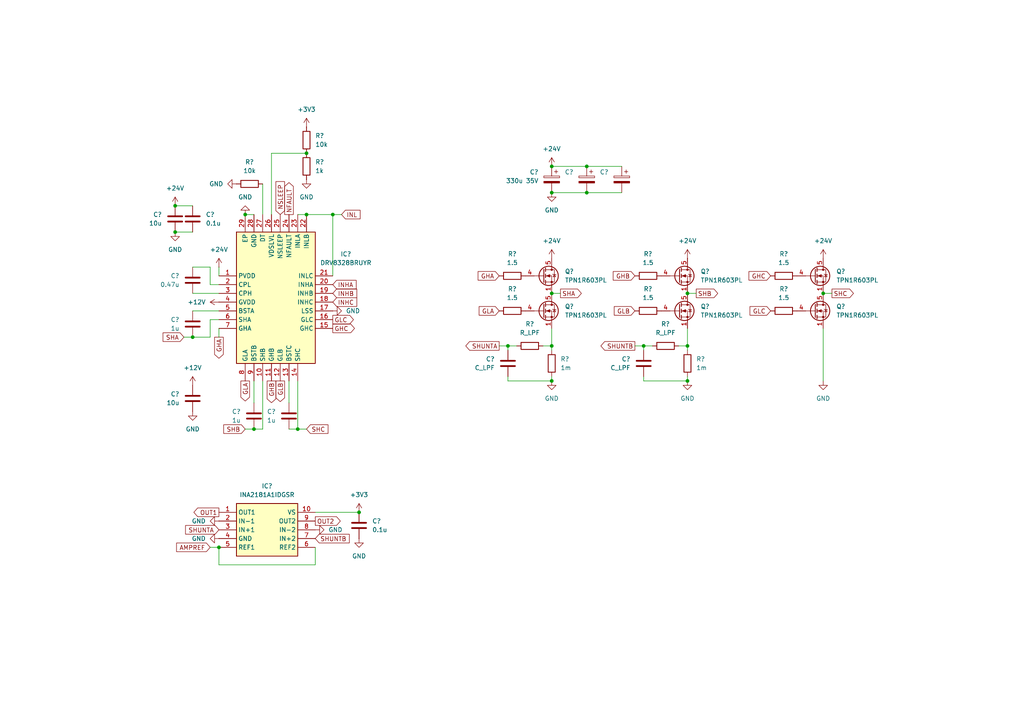
<source format=kicad_sch>
(kicad_sch
	(version 20231120)
	(generator "eeschema")
	(generator_version "8.0")
	(uuid "dfeec385-d1e6-4cb1-b86e-86fe4f4469b6")
	(paper "A4")
	(lib_symbols
		(symbol "Device:C"
			(pin_numbers hide)
			(pin_names
				(offset 0.254)
			)
			(exclude_from_sim no)
			(in_bom yes)
			(on_board yes)
			(property "Reference" "C"
				(at 0.635 2.54 0)
				(effects
					(font
						(size 1.27 1.27)
					)
					(justify left)
				)
			)
			(property "Value" "C"
				(at 0.635 -2.54 0)
				(effects
					(font
						(size 1.27 1.27)
					)
					(justify left)
				)
			)
			(property "Footprint" ""
				(at 0.9652 -3.81 0)
				(effects
					(font
						(size 1.27 1.27)
					)
					(hide yes)
				)
			)
			(property "Datasheet" "~"
				(at 0 0 0)
				(effects
					(font
						(size 1.27 1.27)
					)
					(hide yes)
				)
			)
			(property "Description" "Unpolarized capacitor"
				(at 0 0 0)
				(effects
					(font
						(size 1.27 1.27)
					)
					(hide yes)
				)
			)
			(property "ki_keywords" "cap capacitor"
				(at 0 0 0)
				(effects
					(font
						(size 1.27 1.27)
					)
					(hide yes)
				)
			)
			(property "ki_fp_filters" "C_*"
				(at 0 0 0)
				(effects
					(font
						(size 1.27 1.27)
					)
					(hide yes)
				)
			)
			(symbol "C_0_1"
				(polyline
					(pts
						(xy -2.032 -0.762) (xy 2.032 -0.762)
					)
					(stroke
						(width 0.508)
						(type default)
					)
					(fill
						(type none)
					)
				)
				(polyline
					(pts
						(xy -2.032 0.762) (xy 2.032 0.762)
					)
					(stroke
						(width 0.508)
						(type default)
					)
					(fill
						(type none)
					)
				)
			)
			(symbol "C_1_1"
				(pin passive line
					(at 0 3.81 270)
					(length 2.794)
					(name "~"
						(effects
							(font
								(size 1.27 1.27)
							)
						)
					)
					(number "1"
						(effects
							(font
								(size 1.27 1.27)
							)
						)
					)
				)
				(pin passive line
					(at 0 -3.81 90)
					(length 2.794)
					(name "~"
						(effects
							(font
								(size 1.27 1.27)
							)
						)
					)
					(number "2"
						(effects
							(font
								(size 1.27 1.27)
							)
						)
					)
				)
			)
		)
		(symbol "Device:C_Polarized"
			(pin_numbers hide)
			(pin_names
				(offset 0.254)
			)
			(exclude_from_sim no)
			(in_bom yes)
			(on_board yes)
			(property "Reference" "C"
				(at 0.635 2.54 0)
				(effects
					(font
						(size 1.27 1.27)
					)
					(justify left)
				)
			)
			(property "Value" "C_Polarized"
				(at 0.635 -2.54 0)
				(effects
					(font
						(size 1.27 1.27)
					)
					(justify left)
				)
			)
			(property "Footprint" ""
				(at 0.9652 -3.81 0)
				(effects
					(font
						(size 1.27 1.27)
					)
					(hide yes)
				)
			)
			(property "Datasheet" "~"
				(at 0 0 0)
				(effects
					(font
						(size 1.27 1.27)
					)
					(hide yes)
				)
			)
			(property "Description" "Polarized capacitor"
				(at 0 0 0)
				(effects
					(font
						(size 1.27 1.27)
					)
					(hide yes)
				)
			)
			(property "ki_keywords" "cap capacitor"
				(at 0 0 0)
				(effects
					(font
						(size 1.27 1.27)
					)
					(hide yes)
				)
			)
			(property "ki_fp_filters" "CP_*"
				(at 0 0 0)
				(effects
					(font
						(size 1.27 1.27)
					)
					(hide yes)
				)
			)
			(symbol "C_Polarized_0_1"
				(rectangle
					(start -2.286 0.508)
					(end 2.286 1.016)
					(stroke
						(width 0)
						(type default)
					)
					(fill
						(type none)
					)
				)
				(polyline
					(pts
						(xy -1.778 2.286) (xy -0.762 2.286)
					)
					(stroke
						(width 0)
						(type default)
					)
					(fill
						(type none)
					)
				)
				(polyline
					(pts
						(xy -1.27 2.794) (xy -1.27 1.778)
					)
					(stroke
						(width 0)
						(type default)
					)
					(fill
						(type none)
					)
				)
				(rectangle
					(start 2.286 -0.508)
					(end -2.286 -1.016)
					(stroke
						(width 0)
						(type default)
					)
					(fill
						(type outline)
					)
				)
			)
			(symbol "C_Polarized_1_1"
				(pin passive line
					(at 0 3.81 270)
					(length 2.794)
					(name "~"
						(effects
							(font
								(size 1.27 1.27)
							)
						)
					)
					(number "1"
						(effects
							(font
								(size 1.27 1.27)
							)
						)
					)
				)
				(pin passive line
					(at 0 -3.81 90)
					(length 2.794)
					(name "~"
						(effects
							(font
								(size 1.27 1.27)
							)
						)
					)
					(number "2"
						(effects
							(font
								(size 1.27 1.27)
							)
						)
					)
				)
			)
		)
		(symbol "Device:R"
			(pin_numbers hide)
			(pin_names
				(offset 0)
			)
			(exclude_from_sim no)
			(in_bom yes)
			(on_board yes)
			(property "Reference" "R"
				(at 2.032 0 90)
				(effects
					(font
						(size 1.27 1.27)
					)
				)
			)
			(property "Value" "R"
				(at 0 0 90)
				(effects
					(font
						(size 1.27 1.27)
					)
				)
			)
			(property "Footprint" ""
				(at -1.778 0 90)
				(effects
					(font
						(size 1.27 1.27)
					)
					(hide yes)
				)
			)
			(property "Datasheet" "~"
				(at 0 0 0)
				(effects
					(font
						(size 1.27 1.27)
					)
					(hide yes)
				)
			)
			(property "Description" "Resistor"
				(at 0 0 0)
				(effects
					(font
						(size 1.27 1.27)
					)
					(hide yes)
				)
			)
			(property "ki_keywords" "R res resistor"
				(at 0 0 0)
				(effects
					(font
						(size 1.27 1.27)
					)
					(hide yes)
				)
			)
			(property "ki_fp_filters" "R_*"
				(at 0 0 0)
				(effects
					(font
						(size 1.27 1.27)
					)
					(hide yes)
				)
			)
			(symbol "R_0_1"
				(rectangle
					(start -1.016 -2.54)
					(end 1.016 2.54)
					(stroke
						(width 0.254)
						(type default)
					)
					(fill
						(type none)
					)
				)
			)
			(symbol "R_1_1"
				(pin passive line
					(at 0 3.81 270)
					(length 1.27)
					(name "~"
						(effects
							(font
								(size 1.27 1.27)
							)
						)
					)
					(number "1"
						(effects
							(font
								(size 1.27 1.27)
							)
						)
					)
				)
				(pin passive line
					(at 0 -3.81 90)
					(length 1.27)
					(name "~"
						(effects
							(font
								(size 1.27 1.27)
							)
						)
					)
					(number "2"
						(effects
							(font
								(size 1.27 1.27)
							)
						)
					)
				)
			)
		)
		(symbol "My_Parts:DRV8328BRUYR"
			(exclude_from_sim no)
			(in_bom yes)
			(on_board yes)
			(property "Reference" "IC"
				(at 29.21 17.78 0)
				(effects
					(font
						(size 1.27 1.27)
					)
					(justify left top)
				)
			)
			(property "Value" "DRV8328BRUYR"
				(at 29.21 15.24 0)
				(effects
					(font
						(size 1.27 1.27)
					)
					(justify left top)
				)
			)
			(property "Footprint" "QFN40P400X400X80-29N-D"
				(at 29.21 -84.76 0)
				(effects
					(font
						(size 1.27 1.27)
					)
					(justify left top)
					(hide yes)
				)
			)
			(property "Datasheet" "https://www.ti.com/general/docs/suppproductinfo.tsp?distId=26&gotoUrl=https://www.ti.com/lit/gpn/drv8328"
				(at 29.21 -184.76 0)
				(effects
					(font
						(size 1.27 1.27)
					)
					(justify left top)
					(hide yes)
				)
			)
			(property "Description" "Gate Drivers 60 V 1000/2000 mA 3-phase gate driver"
				(at 0 0 0)
				(effects
					(font
						(size 1.27 1.27)
					)
					(hide yes)
				)
			)
			(property "Height" "0.8"
				(at 29.21 -384.76 0)
				(effects
					(font
						(size 1.27 1.27)
					)
					(justify left top)
					(hide yes)
				)
			)
			(property "Mouser Part Number" "595-DRV8328BRUYR"
				(at 29.21 -484.76 0)
				(effects
					(font
						(size 1.27 1.27)
					)
					(justify left top)
					(hide yes)
				)
			)
			(property "Mouser Price/Stock" "https://www.mouser.co.uk/ProductDetail/Texas-Instruments/DRV8328BRUYR?qs=MyNHzdoqoQJCZ2BkmeuPjw%3D%3D"
				(at 29.21 -584.76 0)
				(effects
					(font
						(size 1.27 1.27)
					)
					(justify left top)
					(hide yes)
				)
			)
			(property "Manufacturer_Name" "Texas Instruments"
				(at 29.21 -684.76 0)
				(effects
					(font
						(size 1.27 1.27)
					)
					(justify left top)
					(hide yes)
				)
			)
			(property "Manufacturer_Part_Number" "DRV8328BRUYR"
				(at 29.21 -784.76 0)
				(effects
					(font
						(size 1.27 1.27)
					)
					(justify left top)
					(hide yes)
				)
			)
			(symbol "DRV8328BRUYR_1_1"
				(rectangle
					(start 5.08 12.7)
					(end 27.94 -25.4)
					(stroke
						(width 0.254)
						(type default)
					)
					(fill
						(type background)
					)
				)
				(pin passive line
					(at 0 0 0)
					(length 5.08)
					(name "PVDD"
						(effects
							(font
								(size 1.27 1.27)
							)
						)
					)
					(number "1"
						(effects
							(font
								(size 1.27 1.27)
							)
						)
					)
				)
				(pin passive line
					(at 12.7 -30.48 90)
					(length 5.08)
					(name "SHB"
						(effects
							(font
								(size 1.27 1.27)
							)
						)
					)
					(number "10"
						(effects
							(font
								(size 1.27 1.27)
							)
						)
					)
				)
				(pin passive line
					(at 15.24 -30.48 90)
					(length 5.08)
					(name "GHB"
						(effects
							(font
								(size 1.27 1.27)
							)
						)
					)
					(number "11"
						(effects
							(font
								(size 1.27 1.27)
							)
						)
					)
				)
				(pin passive line
					(at 17.78 -30.48 90)
					(length 5.08)
					(name "GLB"
						(effects
							(font
								(size 1.27 1.27)
							)
						)
					)
					(number "12"
						(effects
							(font
								(size 1.27 1.27)
							)
						)
					)
				)
				(pin passive line
					(at 20.32 -30.48 90)
					(length 5.08)
					(name "BSTC"
						(effects
							(font
								(size 1.27 1.27)
							)
						)
					)
					(number "13"
						(effects
							(font
								(size 1.27 1.27)
							)
						)
					)
				)
				(pin passive line
					(at 22.86 -30.48 90)
					(length 5.08)
					(name "SHC"
						(effects
							(font
								(size 1.27 1.27)
							)
						)
					)
					(number "14"
						(effects
							(font
								(size 1.27 1.27)
							)
						)
					)
				)
				(pin passive line
					(at 33.02 -15.24 180)
					(length 5.08)
					(name "GHC"
						(effects
							(font
								(size 1.27 1.27)
							)
						)
					)
					(number "15"
						(effects
							(font
								(size 1.27 1.27)
							)
						)
					)
				)
				(pin passive line
					(at 33.02 -12.7 180)
					(length 5.08)
					(name "GLC"
						(effects
							(font
								(size 1.27 1.27)
							)
						)
					)
					(number "16"
						(effects
							(font
								(size 1.27 1.27)
							)
						)
					)
				)
				(pin passive line
					(at 33.02 -10.16 180)
					(length 5.08)
					(name "LSS"
						(effects
							(font
								(size 1.27 1.27)
							)
						)
					)
					(number "17"
						(effects
							(font
								(size 1.27 1.27)
							)
						)
					)
				)
				(pin passive line
					(at 33.02 -7.62 180)
					(length 5.08)
					(name "INHC"
						(effects
							(font
								(size 1.27 1.27)
							)
						)
					)
					(number "18"
						(effects
							(font
								(size 1.27 1.27)
							)
						)
					)
				)
				(pin passive line
					(at 33.02 -5.08 180)
					(length 5.08)
					(name "INHB"
						(effects
							(font
								(size 1.27 1.27)
							)
						)
					)
					(number "19"
						(effects
							(font
								(size 1.27 1.27)
							)
						)
					)
				)
				(pin passive line
					(at 0 -2.54 0)
					(length 5.08)
					(name "CPL"
						(effects
							(font
								(size 1.27 1.27)
							)
						)
					)
					(number "2"
						(effects
							(font
								(size 1.27 1.27)
							)
						)
					)
				)
				(pin passive line
					(at 33.02 -2.54 180)
					(length 5.08)
					(name "INHA"
						(effects
							(font
								(size 1.27 1.27)
							)
						)
					)
					(number "20"
						(effects
							(font
								(size 1.27 1.27)
							)
						)
					)
				)
				(pin passive line
					(at 33.02 0 180)
					(length 5.08)
					(name "INLC"
						(effects
							(font
								(size 1.27 1.27)
							)
						)
					)
					(number "21"
						(effects
							(font
								(size 1.27 1.27)
							)
						)
					)
				)
				(pin passive line
					(at 25.4 17.78 270)
					(length 5.08)
					(name "INLB"
						(effects
							(font
								(size 1.27 1.27)
							)
						)
					)
					(number "22"
						(effects
							(font
								(size 1.27 1.27)
							)
						)
					)
				)
				(pin passive line
					(at 22.86 17.78 270)
					(length 5.08)
					(name "INLA"
						(effects
							(font
								(size 1.27 1.27)
							)
						)
					)
					(number "23"
						(effects
							(font
								(size 1.27 1.27)
							)
						)
					)
				)
				(pin passive line
					(at 20.32 17.78 270)
					(length 5.08)
					(name "NFAULT"
						(effects
							(font
								(size 1.27 1.27)
							)
						)
					)
					(number "24"
						(effects
							(font
								(size 1.27 1.27)
							)
						)
					)
				)
				(pin passive line
					(at 17.78 17.78 270)
					(length 5.08)
					(name "NSLEEP"
						(effects
							(font
								(size 1.27 1.27)
							)
						)
					)
					(number "25"
						(effects
							(font
								(size 1.27 1.27)
							)
						)
					)
				)
				(pin passive line
					(at 15.24 17.78 270)
					(length 5.08)
					(name "VDSLVL"
						(effects
							(font
								(size 1.27 1.27)
							)
						)
					)
					(number "26"
						(effects
							(font
								(size 1.27 1.27)
							)
						)
					)
				)
				(pin passive line
					(at 12.7 17.78 270)
					(length 5.08)
					(name "DT"
						(effects
							(font
								(size 1.27 1.27)
							)
						)
					)
					(number "27"
						(effects
							(font
								(size 1.27 1.27)
							)
						)
					)
				)
				(pin passive line
					(at 10.16 17.78 270)
					(length 5.08)
					(name "GND"
						(effects
							(font
								(size 1.27 1.27)
							)
						)
					)
					(number "28"
						(effects
							(font
								(size 1.27 1.27)
							)
						)
					)
				)
				(pin passive line
					(at 7.62 17.78 270)
					(length 5.08)
					(name "EP"
						(effects
							(font
								(size 1.27 1.27)
							)
						)
					)
					(number "29"
						(effects
							(font
								(size 1.27 1.27)
							)
						)
					)
				)
				(pin passive line
					(at 0 -5.08 0)
					(length 5.08)
					(name "CPH"
						(effects
							(font
								(size 1.27 1.27)
							)
						)
					)
					(number "3"
						(effects
							(font
								(size 1.27 1.27)
							)
						)
					)
				)
				(pin passive line
					(at 0 -7.62 0)
					(length 5.08)
					(name "GVDD"
						(effects
							(font
								(size 1.27 1.27)
							)
						)
					)
					(number "4"
						(effects
							(font
								(size 1.27 1.27)
							)
						)
					)
				)
				(pin passive line
					(at 0 -10.16 0)
					(length 5.08)
					(name "BSTA"
						(effects
							(font
								(size 1.27 1.27)
							)
						)
					)
					(number "5"
						(effects
							(font
								(size 1.27 1.27)
							)
						)
					)
				)
				(pin passive line
					(at 0 -12.7 0)
					(length 5.08)
					(name "SHA"
						(effects
							(font
								(size 1.27 1.27)
							)
						)
					)
					(number "6"
						(effects
							(font
								(size 1.27 1.27)
							)
						)
					)
				)
				(pin passive line
					(at 0 -15.24 0)
					(length 5.08)
					(name "GHA"
						(effects
							(font
								(size 1.27 1.27)
							)
						)
					)
					(number "7"
						(effects
							(font
								(size 1.27 1.27)
							)
						)
					)
				)
				(pin passive line
					(at 7.62 -30.48 90)
					(length 5.08)
					(name "GLA"
						(effects
							(font
								(size 1.27 1.27)
							)
						)
					)
					(number "8"
						(effects
							(font
								(size 1.27 1.27)
							)
						)
					)
				)
				(pin passive line
					(at 10.16 -30.48 90)
					(length 5.08)
					(name "BSTB"
						(effects
							(font
								(size 1.27 1.27)
							)
						)
					)
					(number "9"
						(effects
							(font
								(size 1.27 1.27)
							)
						)
					)
				)
			)
		)
		(symbol "My_Parts:INA2181A1IDGSR"
			(exclude_from_sim no)
			(in_bom yes)
			(on_board yes)
			(property "Reference" "IC"
				(at 24.13 7.62 0)
				(effects
					(font
						(size 1.27 1.27)
					)
					(justify left top)
				)
			)
			(property "Value" "INA2181A1IDGSR"
				(at 24.13 5.08 0)
				(effects
					(font
						(size 1.27 1.27)
					)
					(justify left top)
				)
			)
			(property "Footprint" "SOP50P490X110-10N"
				(at 24.13 -94.92 0)
				(effects
					(font
						(size 1.27 1.27)
					)
					(justify left top)
					(hide yes)
				)
			)
			(property "Datasheet" "http://www.ti.com/lit/gpn/ina2181"
				(at 24.13 -194.92 0)
				(effects
					(font
						(size 1.27 1.27)
					)
					(justify left top)
					(hide yes)
				)
			)
			(property "Description" "Dual Channel, 26V, Bi-Directional, Low-/High-Side Voltage Output Current Sense Amp"
				(at 0 0 0)
				(effects
					(font
						(size 1.27 1.27)
					)
					(hide yes)
				)
			)
			(property "Height" "1.1"
				(at 24.13 -394.92 0)
				(effects
					(font
						(size 1.27 1.27)
					)
					(justify left top)
					(hide yes)
				)
			)
			(property "Mouser Part Number" "595-INA2181A1IDGSR"
				(at 24.13 -494.92 0)
				(effects
					(font
						(size 1.27 1.27)
					)
					(justify left top)
					(hide yes)
				)
			)
			(property "Mouser Price/Stock" "https://www.mouser.co.uk/ProductDetail/Texas-Instruments/INA2181A1IDGSR?qs=j%252B1pi9TdxUY1NWbtW3v2oQ%3D%3D"
				(at 24.13 -594.92 0)
				(effects
					(font
						(size 1.27 1.27)
					)
					(justify left top)
					(hide yes)
				)
			)
			(property "Manufacturer_Name" "Texas Instruments"
				(at 24.13 -694.92 0)
				(effects
					(font
						(size 1.27 1.27)
					)
					(justify left top)
					(hide yes)
				)
			)
			(property "Manufacturer_Part_Number" "INA2181A1IDGSR"
				(at 24.13 -794.92 0)
				(effects
					(font
						(size 1.27 1.27)
					)
					(justify left top)
					(hide yes)
				)
			)
			(symbol "INA2181A1IDGSR_1_1"
				(rectangle
					(start 5.08 2.54)
					(end 22.86 -12.7)
					(stroke
						(width 0.254)
						(type default)
					)
					(fill
						(type background)
					)
				)
				(pin passive line
					(at 0 0 0)
					(length 5.08)
					(name "OUT1"
						(effects
							(font
								(size 1.27 1.27)
							)
						)
					)
					(number "1"
						(effects
							(font
								(size 1.27 1.27)
							)
						)
					)
				)
				(pin passive line
					(at 27.94 0 180)
					(length 5.08)
					(name "VS"
						(effects
							(font
								(size 1.27 1.27)
							)
						)
					)
					(number "10"
						(effects
							(font
								(size 1.27 1.27)
							)
						)
					)
				)
				(pin passive line
					(at 0 -2.54 0)
					(length 5.08)
					(name "IN-1"
						(effects
							(font
								(size 1.27 1.27)
							)
						)
					)
					(number "2"
						(effects
							(font
								(size 1.27 1.27)
							)
						)
					)
				)
				(pin passive line
					(at 0 -5.08 0)
					(length 5.08)
					(name "IN+1"
						(effects
							(font
								(size 1.27 1.27)
							)
						)
					)
					(number "3"
						(effects
							(font
								(size 1.27 1.27)
							)
						)
					)
				)
				(pin passive line
					(at 0 -7.62 0)
					(length 5.08)
					(name "GND"
						(effects
							(font
								(size 1.27 1.27)
							)
						)
					)
					(number "4"
						(effects
							(font
								(size 1.27 1.27)
							)
						)
					)
				)
				(pin passive line
					(at 0 -10.16 0)
					(length 5.08)
					(name "REF1"
						(effects
							(font
								(size 1.27 1.27)
							)
						)
					)
					(number "5"
						(effects
							(font
								(size 1.27 1.27)
							)
						)
					)
				)
				(pin passive line
					(at 27.94 -10.16 180)
					(length 5.08)
					(name "REF2"
						(effects
							(font
								(size 1.27 1.27)
							)
						)
					)
					(number "6"
						(effects
							(font
								(size 1.27 1.27)
							)
						)
					)
				)
				(pin passive line
					(at 27.94 -7.62 180)
					(length 5.08)
					(name "IN+2"
						(effects
							(font
								(size 1.27 1.27)
							)
						)
					)
					(number "7"
						(effects
							(font
								(size 1.27 1.27)
							)
						)
					)
				)
				(pin passive line
					(at 27.94 -5.08 180)
					(length 5.08)
					(name "IN-2"
						(effects
							(font
								(size 1.27 1.27)
							)
						)
					)
					(number "8"
						(effects
							(font
								(size 1.27 1.27)
							)
						)
					)
				)
				(pin passive line
					(at 27.94 -2.54 180)
					(length 5.08)
					(name "OUT2"
						(effects
							(font
								(size 1.27 1.27)
							)
						)
					)
					(number "9"
						(effects
							(font
								(size 1.27 1.27)
							)
						)
					)
				)
			)
		)
		(symbol "My_Parts:TPN1R603PL"
			(pin_names hide)
			(exclude_from_sim no)
			(in_bom yes)
			(on_board yes)
			(property "Reference" "Q"
				(at 5.08 1.905 0)
				(effects
					(font
						(size 1.27 1.27)
					)
					(justify left)
				)
			)
			(property "Value" "TPN1R603PL"
				(at 5.08 0 0)
				(effects
					(font
						(size 1.27 1.27)
					)
					(justify left)
				)
			)
			(property "Footprint" "Package_SON:VSON-8_3.3x3.3mm_P0.65mm_NexFET"
				(at 5.08 -1.905 0)
				(effects
					(font
						(size 1.27 1.27)
						(italic yes)
					)
					(justify left)
					(hide yes)
				)
			)
			(property "Datasheet" "http://www.ti.com/lit/ds/symlink/csd19537q3.pdf"
				(at 5.08 -3.81 0)
				(effects
					(font
						(size 1.27 1.27)
					)
					(justify left)
					(hide yes)
				)
			)
			(property "Description" "50A Id, 100V Vds, NexFET N-Channel Power MOSFET, 13mOhm Ron, Qg Typ 16.0nC, VSON8 3.3x3.3mm"
				(at 0 0 0)
				(effects
					(font
						(size 1.27 1.27)
					)
					(hide yes)
				)
			)
			(property "ki_keywords" "NexFET Power MOSFET N-MOS"
				(at 0 0 0)
				(effects
					(font
						(size 1.27 1.27)
					)
					(hide yes)
				)
			)
			(property "ki_fp_filters" "VSON*3.3x3.3mm*P0.65mm*NexFET*"
				(at 0 0 0)
				(effects
					(font
						(size 1.27 1.27)
					)
					(hide yes)
				)
			)
			(symbol "TPN1R603PL_0_1"
				(polyline
					(pts
						(xy 0.254 0) (xy -2.54 0)
					)
					(stroke
						(width 0)
						(type default)
					)
					(fill
						(type none)
					)
				)
				(polyline
					(pts
						(xy 0.254 1.905) (xy 0.254 -1.905)
					)
					(stroke
						(width 0.254)
						(type default)
					)
					(fill
						(type none)
					)
				)
				(polyline
					(pts
						(xy 0.762 -1.27) (xy 0.762 -2.286)
					)
					(stroke
						(width 0.254)
						(type default)
					)
					(fill
						(type none)
					)
				)
				(polyline
					(pts
						(xy 0.762 0.508) (xy 0.762 -0.508)
					)
					(stroke
						(width 0.254)
						(type default)
					)
					(fill
						(type none)
					)
				)
				(polyline
					(pts
						(xy 0.762 2.286) (xy 0.762 1.27)
					)
					(stroke
						(width 0.254)
						(type default)
					)
					(fill
						(type none)
					)
				)
				(polyline
					(pts
						(xy 2.54 2.54) (xy 2.54 1.778)
					)
					(stroke
						(width 0)
						(type default)
					)
					(fill
						(type none)
					)
				)
				(polyline
					(pts
						(xy 2.54 -2.54) (xy 2.54 0) (xy 0.762 0)
					)
					(stroke
						(width 0)
						(type default)
					)
					(fill
						(type none)
					)
				)
				(polyline
					(pts
						(xy 0.762 -1.778) (xy 3.302 -1.778) (xy 3.302 1.778) (xy 0.762 1.778)
					)
					(stroke
						(width 0)
						(type default)
					)
					(fill
						(type none)
					)
				)
				(polyline
					(pts
						(xy 1.016 0) (xy 2.032 0.381) (xy 2.032 -0.381) (xy 1.016 0)
					)
					(stroke
						(width 0)
						(type default)
					)
					(fill
						(type outline)
					)
				)
				(polyline
					(pts
						(xy 2.794 0.508) (xy 2.921 0.381) (xy 3.683 0.381) (xy 3.81 0.254)
					)
					(stroke
						(width 0)
						(type default)
					)
					(fill
						(type none)
					)
				)
				(polyline
					(pts
						(xy 3.302 0.381) (xy 2.921 -0.254) (xy 3.683 -0.254) (xy 3.302 0.381)
					)
					(stroke
						(width 0)
						(type default)
					)
					(fill
						(type none)
					)
				)
				(circle
					(center 1.651 0)
					(radius 2.794)
					(stroke
						(width 0.254)
						(type default)
					)
					(fill
						(type none)
					)
				)
				(circle
					(center 2.54 -1.778)
					(radius 0.254)
					(stroke
						(width 0)
						(type default)
					)
					(fill
						(type outline)
					)
				)
				(circle
					(center 2.54 1.778)
					(radius 0.254)
					(stroke
						(width 0)
						(type default)
					)
					(fill
						(type outline)
					)
				)
			)
			(symbol "TPN1R603PL_1_1"
				(pin passive line
					(at 2.54 -5.08 90)
					(length 2.54)
					(name "S"
						(effects
							(font
								(size 1.27 1.27)
							)
						)
					)
					(number "1"
						(effects
							(font
								(size 1.27 1.27)
							)
						)
					)
				)
				(pin passive line
					(at 2.54 -5.08 90)
					(length 2.54) hide
					(name "S"
						(effects
							(font
								(size 1.27 1.27)
							)
						)
					)
					(number "2"
						(effects
							(font
								(size 1.27 1.27)
							)
						)
					)
				)
				(pin passive line
					(at 2.54 -5.08 90)
					(length 2.54) hide
					(name "S"
						(effects
							(font
								(size 1.27 1.27)
							)
						)
					)
					(number "3"
						(effects
							(font
								(size 1.27 1.27)
							)
						)
					)
				)
				(pin passive line
					(at -5.08 0 0)
					(length 2.54)
					(name "G"
						(effects
							(font
								(size 1.27 1.27)
							)
						)
					)
					(number "4"
						(effects
							(font
								(size 1.27 1.27)
							)
						)
					)
				)
				(pin passive line
					(at 2.54 5.08 270)
					(length 2.54)
					(name "D"
						(effects
							(font
								(size 1.27 1.27)
							)
						)
					)
					(number "5"
						(effects
							(font
								(size 1.27 1.27)
							)
						)
					)
				)
			)
		)
		(symbol "power:+12V"
			(power)
			(pin_numbers hide)
			(pin_names
				(offset 0) hide)
			(exclude_from_sim no)
			(in_bom yes)
			(on_board yes)
			(property "Reference" "#PWR"
				(at 0 -3.81 0)
				(effects
					(font
						(size 1.27 1.27)
					)
					(hide yes)
				)
			)
			(property "Value" "+12V"
				(at 0 3.556 0)
				(effects
					(font
						(size 1.27 1.27)
					)
				)
			)
			(property "Footprint" ""
				(at 0 0 0)
				(effects
					(font
						(size 1.27 1.27)
					)
					(hide yes)
				)
			)
			(property "Datasheet" ""
				(at 0 0 0)
				(effects
					(font
						(size 1.27 1.27)
					)
					(hide yes)
				)
			)
			(property "Description" "Power symbol creates a global label with name \"+12V\""
				(at 0 0 0)
				(effects
					(font
						(size 1.27 1.27)
					)
					(hide yes)
				)
			)
			(property "ki_keywords" "global power"
				(at 0 0 0)
				(effects
					(font
						(size 1.27 1.27)
					)
					(hide yes)
				)
			)
			(symbol "+12V_0_1"
				(polyline
					(pts
						(xy -0.762 1.27) (xy 0 2.54)
					)
					(stroke
						(width 0)
						(type default)
					)
					(fill
						(type none)
					)
				)
				(polyline
					(pts
						(xy 0 0) (xy 0 2.54)
					)
					(stroke
						(width 0)
						(type default)
					)
					(fill
						(type none)
					)
				)
				(polyline
					(pts
						(xy 0 2.54) (xy 0.762 1.27)
					)
					(stroke
						(width 0)
						(type default)
					)
					(fill
						(type none)
					)
				)
			)
			(symbol "+12V_1_1"
				(pin power_in line
					(at 0 0 90)
					(length 0)
					(name "~"
						(effects
							(font
								(size 1.27 1.27)
							)
						)
					)
					(number "1"
						(effects
							(font
								(size 1.27 1.27)
							)
						)
					)
				)
			)
		)
		(symbol "power:+24V"
			(power)
			(pin_numbers hide)
			(pin_names
				(offset 0) hide)
			(exclude_from_sim no)
			(in_bom yes)
			(on_board yes)
			(property "Reference" "#PWR"
				(at 0 -3.81 0)
				(effects
					(font
						(size 1.27 1.27)
					)
					(hide yes)
				)
			)
			(property "Value" "+24V"
				(at 0 3.556 0)
				(effects
					(font
						(size 1.27 1.27)
					)
				)
			)
			(property "Footprint" ""
				(at 0 0 0)
				(effects
					(font
						(size 1.27 1.27)
					)
					(hide yes)
				)
			)
			(property "Datasheet" ""
				(at 0 0 0)
				(effects
					(font
						(size 1.27 1.27)
					)
					(hide yes)
				)
			)
			(property "Description" "Power symbol creates a global label with name \"+24V\""
				(at 0 0 0)
				(effects
					(font
						(size 1.27 1.27)
					)
					(hide yes)
				)
			)
			(property "ki_keywords" "global power"
				(at 0 0 0)
				(effects
					(font
						(size 1.27 1.27)
					)
					(hide yes)
				)
			)
			(symbol "+24V_0_1"
				(polyline
					(pts
						(xy -0.762 1.27) (xy 0 2.54)
					)
					(stroke
						(width 0)
						(type default)
					)
					(fill
						(type none)
					)
				)
				(polyline
					(pts
						(xy 0 0) (xy 0 2.54)
					)
					(stroke
						(width 0)
						(type default)
					)
					(fill
						(type none)
					)
				)
				(polyline
					(pts
						(xy 0 2.54) (xy 0.762 1.27)
					)
					(stroke
						(width 0)
						(type default)
					)
					(fill
						(type none)
					)
				)
			)
			(symbol "+24V_1_1"
				(pin power_in line
					(at 0 0 90)
					(length 0)
					(name "~"
						(effects
							(font
								(size 1.27 1.27)
							)
						)
					)
					(number "1"
						(effects
							(font
								(size 1.27 1.27)
							)
						)
					)
				)
			)
		)
		(symbol "power:+3V3"
			(power)
			(pin_numbers hide)
			(pin_names
				(offset 0) hide)
			(exclude_from_sim no)
			(in_bom yes)
			(on_board yes)
			(property "Reference" "#PWR"
				(at 0 -3.81 0)
				(effects
					(font
						(size 1.27 1.27)
					)
					(hide yes)
				)
			)
			(property "Value" "+3V3"
				(at 0 3.556 0)
				(effects
					(font
						(size 1.27 1.27)
					)
				)
			)
			(property "Footprint" ""
				(at 0 0 0)
				(effects
					(font
						(size 1.27 1.27)
					)
					(hide yes)
				)
			)
			(property "Datasheet" ""
				(at 0 0 0)
				(effects
					(font
						(size 1.27 1.27)
					)
					(hide yes)
				)
			)
			(property "Description" "Power symbol creates a global label with name \"+3V3\""
				(at 0 0 0)
				(effects
					(font
						(size 1.27 1.27)
					)
					(hide yes)
				)
			)
			(property "ki_keywords" "global power"
				(at 0 0 0)
				(effects
					(font
						(size 1.27 1.27)
					)
					(hide yes)
				)
			)
			(symbol "+3V3_0_1"
				(polyline
					(pts
						(xy -0.762 1.27) (xy 0 2.54)
					)
					(stroke
						(width 0)
						(type default)
					)
					(fill
						(type none)
					)
				)
				(polyline
					(pts
						(xy 0 0) (xy 0 2.54)
					)
					(stroke
						(width 0)
						(type default)
					)
					(fill
						(type none)
					)
				)
				(polyline
					(pts
						(xy 0 2.54) (xy 0.762 1.27)
					)
					(stroke
						(width 0)
						(type default)
					)
					(fill
						(type none)
					)
				)
			)
			(symbol "+3V3_1_1"
				(pin power_in line
					(at 0 0 90)
					(length 0)
					(name "~"
						(effects
							(font
								(size 1.27 1.27)
							)
						)
					)
					(number "1"
						(effects
							(font
								(size 1.27 1.27)
							)
						)
					)
				)
			)
		)
		(symbol "power:GND"
			(power)
			(pin_numbers hide)
			(pin_names
				(offset 0) hide)
			(exclude_from_sim no)
			(in_bom yes)
			(on_board yes)
			(property "Reference" "#PWR"
				(at 0 -6.35 0)
				(effects
					(font
						(size 1.27 1.27)
					)
					(hide yes)
				)
			)
			(property "Value" "GND"
				(at 0 -3.81 0)
				(effects
					(font
						(size 1.27 1.27)
					)
				)
			)
			(property "Footprint" ""
				(at 0 0 0)
				(effects
					(font
						(size 1.27 1.27)
					)
					(hide yes)
				)
			)
			(property "Datasheet" ""
				(at 0 0 0)
				(effects
					(font
						(size 1.27 1.27)
					)
					(hide yes)
				)
			)
			(property "Description" "Power symbol creates a global label with name \"GND\" , ground"
				(at 0 0 0)
				(effects
					(font
						(size 1.27 1.27)
					)
					(hide yes)
				)
			)
			(property "ki_keywords" "global power"
				(at 0 0 0)
				(effects
					(font
						(size 1.27 1.27)
					)
					(hide yes)
				)
			)
			(symbol "GND_0_1"
				(polyline
					(pts
						(xy 0 0) (xy 0 -1.27) (xy 1.27 -1.27) (xy 0 -2.54) (xy -1.27 -1.27) (xy 0 -1.27)
					)
					(stroke
						(width 0)
						(type default)
					)
					(fill
						(type none)
					)
				)
			)
			(symbol "GND_1_1"
				(pin power_in line
					(at 0 0 270)
					(length 0)
					(name "~"
						(effects
							(font
								(size 1.27 1.27)
							)
						)
					)
					(number "1"
						(effects
							(font
								(size 1.27 1.27)
							)
						)
					)
				)
			)
		)
	)
	(junction
		(at 55.88 97.79)
		(diameter 0)
		(color 0 0 0 0)
		(uuid "1520ba25-fac0-4c86-866c-851169d7d313")
	)
	(junction
		(at 50.8 67.31)
		(diameter 0)
		(color 0 0 0 0)
		(uuid "27a7864f-a728-443e-8725-6035d16627e0")
	)
	(junction
		(at 160.02 85.09)
		(diameter 0)
		(color 0 0 0 0)
		(uuid "2e25faa0-de1f-4595-82c8-f323d95c3189")
	)
	(junction
		(at 199.39 85.09)
		(diameter 0)
		(color 0 0 0 0)
		(uuid "3486e0e4-7f11-4b38-87e1-24c5394c518a")
	)
	(junction
		(at 71.12 62.23)
		(diameter 0)
		(color 0 0 0 0)
		(uuid "392fc0e7-ba03-4472-b700-a389ac247a1c")
	)
	(junction
		(at 160.02 48.26)
		(diameter 0)
		(color 0 0 0 0)
		(uuid "3cd11c37-8bb1-42c9-93f3-2f82bb58e066")
	)
	(junction
		(at 147.32 100.33)
		(diameter 0)
		(color 0 0 0 0)
		(uuid "459e218c-b756-440a-a44c-88b7ec608fc1")
	)
	(junction
		(at 88.9 44.45)
		(diameter 0)
		(color 0 0 0 0)
		(uuid "5602a9f5-315f-4533-83a9-fcca6d93a252")
	)
	(junction
		(at 199.39 100.33)
		(diameter 0)
		(color 0 0 0 0)
		(uuid "6dd4b869-3641-4dd2-89eb-74dcc2e66e07")
	)
	(junction
		(at 73.66 124.46)
		(diameter 0)
		(color 0 0 0 0)
		(uuid "74122eb8-440e-47b5-a52c-0fcd7878d666")
	)
	(junction
		(at 170.18 48.26)
		(diameter 0)
		(color 0 0 0 0)
		(uuid "7ac0c75e-6ccf-4c03-a87d-726389167094")
	)
	(junction
		(at 238.76 85.09)
		(diameter 0)
		(color 0 0 0 0)
		(uuid "84ee9e33-77e7-4849-ac95-0df9d627abce")
	)
	(junction
		(at 86.36 124.46)
		(diameter 0)
		(color 0 0 0 0)
		(uuid "885a27dc-6968-4a77-9249-696e8f3722be")
	)
	(junction
		(at 63.5 158.75)
		(diameter 0)
		(color 0 0 0 0)
		(uuid "88a345e0-9afa-4055-af86-aef9939c3417")
	)
	(junction
		(at 199.39 110.49)
		(diameter 0)
		(color 0 0 0 0)
		(uuid "95b7423f-466e-464c-a575-1490f52941e6")
	)
	(junction
		(at 50.8 59.69)
		(diameter 0)
		(color 0 0 0 0)
		(uuid "aaf53471-5dc3-4e58-b8d5-8237301786ab")
	)
	(junction
		(at 170.18 55.88)
		(diameter 0)
		(color 0 0 0 0)
		(uuid "adb13160-fc00-4c2d-a3b5-904d00ab86e2")
	)
	(junction
		(at 160.02 55.88)
		(diameter 0)
		(color 0 0 0 0)
		(uuid "b9621ca8-987a-4f9b-8bfe-bbdd1b3a0df4")
	)
	(junction
		(at 88.9 62.23)
		(diameter 0)
		(color 0 0 0 0)
		(uuid "c5915ad0-1a4f-4298-b33a-5e349721fd3e")
	)
	(junction
		(at 96.52 62.23)
		(diameter 0)
		(color 0 0 0 0)
		(uuid "e5905cc8-ee72-458e-89cf-03dbb6bc22b0")
	)
	(junction
		(at 160.02 110.49)
		(diameter 0)
		(color 0 0 0 0)
		(uuid "e97fbb2e-71f6-4e46-b2da-6f87faa4905f")
	)
	(junction
		(at 186.69 100.33)
		(diameter 0)
		(color 0 0 0 0)
		(uuid "e9e28a88-4b96-47dc-ba3a-1a7c40df8efc")
	)
	(junction
		(at 104.14 148.59)
		(diameter 0)
		(color 0 0 0 0)
		(uuid "f1703c92-70c7-47d0-993b-87bb7c282198")
	)
	(junction
		(at 160.02 100.33)
		(diameter 0)
		(color 0 0 0 0)
		(uuid "f96f8ae1-6673-44ac-8b81-bdd6ec7e00f8")
	)
	(wire
		(pts
			(xy 78.74 62.23) (xy 78.74 44.45)
		)
		(stroke
			(width 0)
			(type default)
		)
		(uuid "0635ace9-070a-405d-99d2-3eba09e7c8fe")
	)
	(wire
		(pts
			(xy 55.88 85.09) (xy 63.5 85.09)
		)
		(stroke
			(width 0)
			(type default)
		)
		(uuid "0c0eb834-c12d-4585-9877-56783d9532ad")
	)
	(wire
		(pts
			(xy 73.66 124.46) (xy 76.2 124.46)
		)
		(stroke
			(width 0)
			(type default)
		)
		(uuid "0d7364ba-70ef-498e-82f0-74d247a54fa8")
	)
	(wire
		(pts
			(xy 63.5 163.83) (xy 63.5 158.75)
		)
		(stroke
			(width 0)
			(type default)
		)
		(uuid "0d99e54d-28ca-437c-8dd6-293bfde4082d")
	)
	(wire
		(pts
			(xy 50.8 59.69) (xy 55.88 59.69)
		)
		(stroke
			(width 0)
			(type default)
		)
		(uuid "10bee136-a3c4-45a3-81da-0cf73cb03bd1")
	)
	(wire
		(pts
			(xy 96.52 62.23) (xy 96.52 80.01)
		)
		(stroke
			(width 0)
			(type default)
		)
		(uuid "15f867ea-c0b4-4aa3-835d-4adb528df072")
	)
	(wire
		(pts
			(xy 63.5 97.79) (xy 63.5 95.25)
		)
		(stroke
			(width 0)
			(type default)
		)
		(uuid "1c8e193a-dc49-412f-b258-a8f8fc8c4a73")
	)
	(wire
		(pts
			(xy 199.39 110.49) (xy 199.39 109.22)
		)
		(stroke
			(width 0)
			(type default)
		)
		(uuid "1d066539-577b-4f5c-9104-b9a33ad4ad18")
	)
	(wire
		(pts
			(xy 160.02 85.09) (xy 162.56 85.09)
		)
		(stroke
			(width 0)
			(type default)
		)
		(uuid "234619f3-4a3b-4230-b192-7815674c9716")
	)
	(wire
		(pts
			(xy 91.44 148.59) (xy 104.14 148.59)
		)
		(stroke
			(width 0)
			(type default)
		)
		(uuid "2512f171-9f55-4304-9264-3445badb3934")
	)
	(wire
		(pts
			(xy 96.52 62.23) (xy 99.06 62.23)
		)
		(stroke
			(width 0)
			(type default)
		)
		(uuid "26ccbf1c-656a-450b-b7f1-b6880b34393a")
	)
	(wire
		(pts
			(xy 86.36 62.23) (xy 88.9 62.23)
		)
		(stroke
			(width 0)
			(type default)
		)
		(uuid "27de9bce-ec9c-4039-aea8-2a9c49350235")
	)
	(wire
		(pts
			(xy 55.88 77.47) (xy 60.96 77.47)
		)
		(stroke
			(width 0)
			(type default)
		)
		(uuid "360d1b42-73bd-4b4b-b774-f054e5dba092")
	)
	(wire
		(pts
			(xy 53.34 97.79) (xy 55.88 97.79)
		)
		(stroke
			(width 0)
			(type default)
		)
		(uuid "37733e7c-bd48-4609-966c-1394a8b91c61")
	)
	(wire
		(pts
			(xy 147.32 100.33) (xy 149.86 100.33)
		)
		(stroke
			(width 0)
			(type default)
		)
		(uuid "3ba92c7a-b9ca-45a1-8c14-ec78d5615b8d")
	)
	(wire
		(pts
			(xy 83.82 124.46) (xy 86.36 124.46)
		)
		(stroke
			(width 0)
			(type default)
		)
		(uuid "3d3bddf9-f75d-4b9d-805f-7a44b7d2436d")
	)
	(wire
		(pts
			(xy 60.96 92.71) (xy 63.5 92.71)
		)
		(stroke
			(width 0)
			(type default)
		)
		(uuid "402390fd-4ecb-4677-b221-8a4c4b8acbea")
	)
	(wire
		(pts
			(xy 55.88 90.17) (xy 63.5 90.17)
		)
		(stroke
			(width 0)
			(type default)
		)
		(uuid "420ef53b-c67e-4398-aae3-39fb0da011bf")
	)
	(wire
		(pts
			(xy 71.12 62.23) (xy 73.66 62.23)
		)
		(stroke
			(width 0)
			(type default)
		)
		(uuid "4298d625-16d8-4b52-83d8-021b5b18f523")
	)
	(wire
		(pts
			(xy 186.69 100.33) (xy 189.23 100.33)
		)
		(stroke
			(width 0)
			(type default)
		)
		(uuid "4299e1ca-071b-42ec-a280-96f1fdceb49f")
	)
	(wire
		(pts
			(xy 238.76 85.09) (xy 241.3 85.09)
		)
		(stroke
			(width 0)
			(type default)
		)
		(uuid "47e9b705-5352-41b5-b61e-3f18ee5b4d2c")
	)
	(wire
		(pts
			(xy 147.32 110.49) (xy 160.02 110.49)
		)
		(stroke
			(width 0)
			(type default)
		)
		(uuid "4f70edbe-1b07-4863-bb8a-25dd773e966b")
	)
	(wire
		(pts
			(xy 196.85 100.33) (xy 199.39 100.33)
		)
		(stroke
			(width 0)
			(type default)
		)
		(uuid "512b4e0c-a2a1-45bb-9e85-7f3656eabf56")
	)
	(wire
		(pts
			(xy 86.36 124.46) (xy 88.9 124.46)
		)
		(stroke
			(width 0)
			(type default)
		)
		(uuid "54bb485d-d56b-4b59-ac6c-922e3691a0dc")
	)
	(wire
		(pts
			(xy 147.32 109.22) (xy 147.32 110.49)
		)
		(stroke
			(width 0)
			(type default)
		)
		(uuid "5f62f68a-ffe1-441c-8ce9-411ec6e0e022")
	)
	(wire
		(pts
			(xy 60.96 82.55) (xy 63.5 82.55)
		)
		(stroke
			(width 0)
			(type default)
		)
		(uuid "623e3f45-3636-44b7-a5a8-5e15e2fdff1c")
	)
	(wire
		(pts
			(xy 186.69 100.33) (xy 186.69 101.6)
		)
		(stroke
			(width 0)
			(type default)
		)
		(uuid "640ff536-da34-4dad-b407-9996016fabdc")
	)
	(wire
		(pts
			(xy 147.32 100.33) (xy 147.32 101.6)
		)
		(stroke
			(width 0)
			(type default)
		)
		(uuid "65ab5891-27c2-4c0c-b7a6-3730a6d4f3f1")
	)
	(wire
		(pts
			(xy 160.02 110.49) (xy 160.02 109.22)
		)
		(stroke
			(width 0)
			(type default)
		)
		(uuid "669f112d-ceea-4fd1-8ca4-b0bc44d73035")
	)
	(wire
		(pts
			(xy 160.02 101.6) (xy 160.02 100.33)
		)
		(stroke
			(width 0)
			(type default)
		)
		(uuid "67b00db9-ee75-4e56-8699-3af116ed468d")
	)
	(wire
		(pts
			(xy 199.39 101.6) (xy 199.39 100.33)
		)
		(stroke
			(width 0)
			(type default)
		)
		(uuid "69606b92-b08f-48d2-a673-97e975b7255e")
	)
	(wire
		(pts
			(xy 73.66 110.49) (xy 73.66 116.84)
		)
		(stroke
			(width 0)
			(type default)
		)
		(uuid "789f4c97-5834-42e3-a663-51159816bdea")
	)
	(wire
		(pts
			(xy 170.18 55.88) (xy 180.34 55.88)
		)
		(stroke
			(width 0)
			(type default)
		)
		(uuid "7c546e2e-11c5-4ba2-9e11-d94fccd0deb5")
	)
	(wire
		(pts
			(xy 238.76 95.25) (xy 238.76 110.49)
		)
		(stroke
			(width 0)
			(type default)
		)
		(uuid "7e4b388e-d70f-45ed-8454-da4a1fa6bd8b")
	)
	(wire
		(pts
			(xy 76.2 53.34) (xy 76.2 62.23)
		)
		(stroke
			(width 0)
			(type default)
		)
		(uuid "80f5cb8a-eb8b-4d93-a789-30146da62109")
	)
	(wire
		(pts
			(xy 199.39 100.33) (xy 199.39 95.25)
		)
		(stroke
			(width 0)
			(type default)
		)
		(uuid "82c58a8d-262f-48da-8979-51835e2efa9f")
	)
	(wire
		(pts
			(xy 76.2 124.46) (xy 76.2 110.49)
		)
		(stroke
			(width 0)
			(type default)
		)
		(uuid "839b1198-98cb-4072-a81f-92e136fbd55d")
	)
	(wire
		(pts
			(xy 63.5 77.47) (xy 63.5 80.01)
		)
		(stroke
			(width 0)
			(type default)
		)
		(uuid "85863354-c21c-4f2c-993b-3bdb0756ce23")
	)
	(wire
		(pts
			(xy 60.96 77.47) (xy 60.96 82.55)
		)
		(stroke
			(width 0)
			(type default)
		)
		(uuid "8b25c6fb-153b-47e0-ad75-3de435f261cc")
	)
	(wire
		(pts
			(xy 63.5 163.83) (xy 91.44 163.83)
		)
		(stroke
			(width 0)
			(type default)
		)
		(uuid "937259ef-23c2-4cf1-8658-d70d56566800")
	)
	(wire
		(pts
			(xy 160.02 100.33) (xy 160.02 95.25)
		)
		(stroke
			(width 0)
			(type default)
		)
		(uuid "95772ccd-9454-4a19-a997-c29524c731d2")
	)
	(wire
		(pts
			(xy 144.78 100.33) (xy 147.32 100.33)
		)
		(stroke
			(width 0)
			(type default)
		)
		(uuid "977e755d-b3c7-4948-a7f6-423edfc03739")
	)
	(wire
		(pts
			(xy 88.9 62.23) (xy 96.52 62.23)
		)
		(stroke
			(width 0)
			(type default)
		)
		(uuid "a4bdeb93-46b4-420c-829d-6c0f9d539657")
	)
	(wire
		(pts
			(xy 71.12 124.46) (xy 73.66 124.46)
		)
		(stroke
			(width 0)
			(type default)
		)
		(uuid "a65bf8a7-9f07-44db-903e-99e774628fa7")
	)
	(wire
		(pts
			(xy 60.96 97.79) (xy 60.96 92.71)
		)
		(stroke
			(width 0)
			(type default)
		)
		(uuid "a70d5b3d-a719-48eb-8854-9641d77d456d")
	)
	(wire
		(pts
			(xy 60.96 158.75) (xy 63.5 158.75)
		)
		(stroke
			(width 0)
			(type default)
		)
		(uuid "a824c0c5-a36a-43a6-a33d-ff5aa375743e")
	)
	(wire
		(pts
			(xy 83.82 110.49) (xy 83.82 116.84)
		)
		(stroke
			(width 0)
			(type default)
		)
		(uuid "aa4de350-15dc-4e1a-a5de-57c5f08a2854")
	)
	(wire
		(pts
			(xy 78.74 44.45) (xy 88.9 44.45)
		)
		(stroke
			(width 0)
			(type default)
		)
		(uuid "aa9a5e34-d4c2-44a1-92b3-921350015ddd")
	)
	(wire
		(pts
			(xy 170.18 48.26) (xy 180.34 48.26)
		)
		(stroke
			(width 0)
			(type default)
		)
		(uuid "b0a38603-30cd-41eb-9853-552a76f3a505")
	)
	(wire
		(pts
			(xy 199.39 85.09) (xy 201.93 85.09)
		)
		(stroke
			(width 0)
			(type default)
		)
		(uuid "b8460805-461d-48ca-8bf8-83b3dadccec9")
	)
	(wire
		(pts
			(xy 184.15 100.33) (xy 186.69 100.33)
		)
		(stroke
			(width 0)
			(type default)
		)
		(uuid "ba4017ad-6459-42ee-8cf0-8ff3a8c37c28")
	)
	(wire
		(pts
			(xy 50.8 67.31) (xy 55.88 67.31)
		)
		(stroke
			(width 0)
			(type default)
		)
		(uuid "bdbb9002-5247-407d-ac5c-f1fe2b71e6bb")
	)
	(wire
		(pts
			(xy 160.02 48.26) (xy 170.18 48.26)
		)
		(stroke
			(width 0)
			(type default)
		)
		(uuid "c5b72c32-ece2-4af4-a312-232560725306")
	)
	(wire
		(pts
			(xy 160.02 55.88) (xy 170.18 55.88)
		)
		(stroke
			(width 0)
			(type default)
		)
		(uuid "caecb225-674f-421b-bc71-05a07d3872e0")
	)
	(wire
		(pts
			(xy 55.88 97.79) (xy 60.96 97.79)
		)
		(stroke
			(width 0)
			(type default)
		)
		(uuid "cd5ff432-63ea-4785-881d-9432dacfb11f")
	)
	(wire
		(pts
			(xy 186.69 110.49) (xy 199.39 110.49)
		)
		(stroke
			(width 0)
			(type default)
		)
		(uuid "e0353d31-ba2c-405e-8e0d-1e9fc668ca74")
	)
	(wire
		(pts
			(xy 86.36 124.46) (xy 86.36 110.49)
		)
		(stroke
			(width 0)
			(type default)
		)
		(uuid "e9ee5394-a0e2-435c-b71b-80990fb07a44")
	)
	(wire
		(pts
			(xy 186.69 109.22) (xy 186.69 110.49)
		)
		(stroke
			(width 0)
			(type default)
		)
		(uuid "ec84b9fb-8586-41b0-87ac-30a3e12320f4")
	)
	(wire
		(pts
			(xy 91.44 158.75) (xy 91.44 163.83)
		)
		(stroke
			(width 0)
			(type default)
		)
		(uuid "f8b681ed-c1e4-4bb5-8bcd-4b3ea342aa52")
	)
	(wire
		(pts
			(xy 157.48 100.33) (xy 160.02 100.33)
		)
		(stroke
			(width 0)
			(type default)
		)
		(uuid "f99fd581-0186-4a69-a34c-82f597643bfb")
	)
	(global_label "SHUNTB"
		(shape output)
		(at 184.15 100.33 180)
		(fields_autoplaced yes)
		(effects
			(font
				(size 1.27 1.27)
			)
			(justify right)
		)
		(uuid "11583759-637c-40a2-bbaf-910c74f8bde7")
		(property "Intersheetrefs" "${INTERSHEET_REFS}"
			(at 173.7262 100.33 0)
			(effects
				(font
					(size 1.27 1.27)
				)
				(justify right)
				(hide yes)
			)
		)
	)
	(global_label "SHUNTA"
		(shape input)
		(at 63.5 153.67 180)
		(fields_autoplaced yes)
		(effects
			(font
				(size 1.27 1.27)
			)
			(justify right)
		)
		(uuid "159d205a-5f65-4ebe-aded-8798283e4528")
		(property "Intersheetrefs" "${INTERSHEET_REFS}"
			(at 53.2576 153.67 0)
			(effects
				(font
					(size 1.27 1.27)
				)
				(justify right)
				(hide yes)
			)
		)
	)
	(global_label "NFAULT"
		(shape output)
		(at 83.82 62.23 90)
		(fields_autoplaced yes)
		(effects
			(font
				(size 1.27 1.27)
			)
			(justify left)
		)
		(uuid "15f036b6-acee-40b8-adc4-6786b8f93aad")
		(property "Intersheetrefs" "${INTERSHEET_REFS}"
			(at 83.82 52.4109 90)
			(effects
				(font
					(size 1.27 1.27)
				)
				(justify left)
				(hide yes)
			)
		)
	)
	(global_label "GHC"
		(shape output)
		(at 96.52 95.25 0)
		(fields_autoplaced yes)
		(effects
			(font
				(size 1.27 1.27)
			)
			(justify left)
		)
		(uuid "187b9de4-b356-474c-9d49-5749b0d72f02")
		(property "Intersheetrefs" "${INTERSHEET_REFS}"
			(at 103.3757 95.25 0)
			(effects
				(font
					(size 1.27 1.27)
				)
				(justify left)
				(hide yes)
			)
		)
	)
	(global_label "OUT2"
		(shape output)
		(at 91.44 151.13 0)
		(fields_autoplaced yes)
		(effects
			(font
				(size 1.27 1.27)
			)
			(justify left)
		)
		(uuid "30a4c604-dd46-4683-af49-ef1e86872f73")
		(property "Intersheetrefs" "${INTERSHEET_REFS}"
			(at 99.2633 151.13 0)
			(effects
				(font
					(size 1.27 1.27)
				)
				(justify left)
				(hide yes)
			)
		)
	)
	(global_label "GLC"
		(shape input)
		(at 223.52 90.17 180)
		(fields_autoplaced yes)
		(effects
			(font
				(size 1.27 1.27)
			)
			(justify right)
		)
		(uuid "34b09bad-03b9-4de1-bad7-ea3f6370339b")
		(property "Intersheetrefs" "${INTERSHEET_REFS}"
			(at 216.9667 90.17 0)
			(effects
				(font
					(size 1.27 1.27)
				)
				(justify right)
				(hide yes)
			)
		)
	)
	(global_label "INL"
		(shape input)
		(at 99.06 62.23 0)
		(fields_autoplaced yes)
		(effects
			(font
				(size 1.27 1.27)
			)
			(justify left)
		)
		(uuid "382b848b-2c31-4734-8ab2-5fcc35cc11b8")
		(property "Intersheetrefs" "${INTERSHEET_REFS}"
			(at 105.0086 62.23 0)
			(effects
				(font
					(size 1.27 1.27)
				)
				(justify left)
				(hide yes)
			)
		)
	)
	(global_label "GHB"
		(shape input)
		(at 184.15 80.01 180)
		(fields_autoplaced yes)
		(effects
			(font
				(size 1.27 1.27)
			)
			(justify right)
		)
		(uuid "3ed78cf6-90bc-4015-9233-9252f98d1782")
		(property "Intersheetrefs" "${INTERSHEET_REFS}"
			(at 177.2943 80.01 0)
			(effects
				(font
					(size 1.27 1.27)
				)
				(justify right)
				(hide yes)
			)
		)
	)
	(global_label "SHA"
		(shape input)
		(at 53.34 97.79 180)
		(fields_autoplaced yes)
		(effects
			(font
				(size 1.27 1.27)
			)
			(justify right)
		)
		(uuid "4466ff00-0c98-456c-9658-af51c4a84613")
		(property "Intersheetrefs" "${INTERSHEET_REFS}"
			(at 46.7262 97.79 0)
			(effects
				(font
					(size 1.27 1.27)
				)
				(justify right)
				(hide yes)
			)
		)
	)
	(global_label "GHB"
		(shape output)
		(at 78.74 110.49 270)
		(fields_autoplaced yes)
		(effects
			(font
				(size 1.27 1.27)
			)
			(justify right)
		)
		(uuid "4883d9f8-0467-4540-be99-1ed5481b37f0")
		(property "Intersheetrefs" "${INTERSHEET_REFS}"
			(at 78.74 117.3457 90)
			(effects
				(font
					(size 1.27 1.27)
				)
				(justify right)
				(hide yes)
			)
		)
	)
	(global_label "SHB"
		(shape input)
		(at 71.12 124.46 180)
		(fields_autoplaced yes)
		(effects
			(font
				(size 1.27 1.27)
			)
			(justify right)
		)
		(uuid "599a7b6f-705f-4c12-9572-c221df3fb46e")
		(property "Intersheetrefs" "${INTERSHEET_REFS}"
			(at 64.3248 124.46 0)
			(effects
				(font
					(size 1.27 1.27)
				)
				(justify right)
				(hide yes)
			)
		)
	)
	(global_label "GHC"
		(shape input)
		(at 223.52 80.01 180)
		(fields_autoplaced yes)
		(effects
			(font
				(size 1.27 1.27)
			)
			(justify right)
		)
		(uuid "73d42f0d-4b63-4e32-870d-1def521a0867")
		(property "Intersheetrefs" "${INTERSHEET_REFS}"
			(at 216.6643 80.01 0)
			(effects
				(font
					(size 1.27 1.27)
				)
				(justify right)
				(hide yes)
			)
		)
	)
	(global_label "GHA"
		(shape input)
		(at 144.78 80.01 180)
		(fields_autoplaced yes)
		(effects
			(font
				(size 1.27 1.27)
			)
			(justify right)
		)
		(uuid "7724c7c1-4b54-481f-bf94-9b30f8e438b5")
		(property "Intersheetrefs" "${INTERSHEET_REFS}"
			(at 138.1057 80.01 0)
			(effects
				(font
					(size 1.27 1.27)
				)
				(justify right)
				(hide yes)
			)
		)
	)
	(global_label "SHB"
		(shape output)
		(at 201.93 85.09 0)
		(fields_autoplaced yes)
		(effects
			(font
				(size 1.27 1.27)
			)
			(justify left)
		)
		(uuid "8d5c4039-9d17-4c89-9f55-fdb42307012f")
		(property "Intersheetrefs" "${INTERSHEET_REFS}"
			(at 208.7252 85.09 0)
			(effects
				(font
					(size 1.27 1.27)
				)
				(justify left)
				(hide yes)
			)
		)
	)
	(global_label "SHA"
		(shape output)
		(at 162.56 85.09 0)
		(fields_autoplaced yes)
		(effects
			(font
				(size 1.27 1.27)
			)
			(justify left)
		)
		(uuid "8ed4f89e-9407-4cd9-8e4d-6750ba4f8ac2")
		(property "Intersheetrefs" "${INTERSHEET_REFS}"
			(at 169.1738 85.09 0)
			(effects
				(font
					(size 1.27 1.27)
				)
				(justify left)
				(hide yes)
			)
		)
	)
	(global_label "GLA"
		(shape input)
		(at 144.78 90.17 180)
		(fields_autoplaced yes)
		(effects
			(font
				(size 1.27 1.27)
			)
			(justify right)
		)
		(uuid "8ffb4c45-7b54-415a-8539-88701e3fde7a")
		(property "Intersheetrefs" "${INTERSHEET_REFS}"
			(at 138.4081 90.17 0)
			(effects
				(font
					(size 1.27 1.27)
				)
				(justify right)
				(hide yes)
			)
		)
	)
	(global_label "INHB"
		(shape input)
		(at 96.52 85.09 0)
		(fields_autoplaced yes)
		(effects
			(font
				(size 1.27 1.27)
			)
			(justify left)
		)
		(uuid "99384671-2441-4698-accc-d245c5b3b50d")
		(property "Intersheetrefs" "${INTERSHEET_REFS}"
			(at 104.041 85.09 0)
			(effects
				(font
					(size 1.27 1.27)
				)
				(justify left)
				(hide yes)
			)
		)
	)
	(global_label "NSLEEP"
		(shape input)
		(at 81.28 62.23 90)
		(fields_autoplaced yes)
		(effects
			(font
				(size 1.27 1.27)
			)
			(justify left)
		)
		(uuid "a27073bd-5ffe-4127-ae30-b2a38d2a039e")
		(property "Intersheetrefs" "${INTERSHEET_REFS}"
			(at 81.28 52.1087 90)
			(effects
				(font
					(size 1.27 1.27)
				)
				(justify left)
				(hide yes)
			)
		)
	)
	(global_label "INHA"
		(shape input)
		(at 96.52 82.55 0)
		(fields_autoplaced yes)
		(effects
			(font
				(size 1.27 1.27)
			)
			(justify left)
		)
		(uuid "a6fc37d6-cfca-4ff1-b209-245a7effec87")
		(property "Intersheetrefs" "${INTERSHEET_REFS}"
			(at 103.8596 82.55 0)
			(effects
				(font
					(size 1.27 1.27)
				)
				(justify left)
				(hide yes)
			)
		)
	)
	(global_label "SHUNTB"
		(shape input)
		(at 91.44 156.21 0)
		(fields_autoplaced yes)
		(effects
			(font
				(size 1.27 1.27)
			)
			(justify left)
		)
		(uuid "b999b0b3-e5d0-453c-9bef-35780c734b48")
		(property "Intersheetrefs" "${INTERSHEET_REFS}"
			(at 101.8638 156.21 0)
			(effects
				(font
					(size 1.27 1.27)
				)
				(justify left)
				(hide yes)
			)
		)
	)
	(global_label "SHC"
		(shape input)
		(at 88.9 124.46 0)
		(fields_autoplaced yes)
		(effects
			(font
				(size 1.27 1.27)
			)
			(justify left)
		)
		(uuid "bce12511-65d1-44f5-b5d8-d1335521c368")
		(property "Intersheetrefs" "${INTERSHEET_REFS}"
			(at 95.6952 124.46 0)
			(effects
				(font
					(size 1.27 1.27)
				)
				(justify left)
				(hide yes)
			)
		)
	)
	(global_label "GLA"
		(shape output)
		(at 71.12 110.49 270)
		(fields_autoplaced yes)
		(effects
			(font
				(size 1.27 1.27)
			)
			(justify right)
		)
		(uuid "bf4f9e24-a110-4367-b681-ea8e07374197")
		(property "Intersheetrefs" "${INTERSHEET_REFS}"
			(at 71.12 116.8619 90)
			(effects
				(font
					(size 1.27 1.27)
				)
				(justify right)
				(hide yes)
			)
		)
	)
	(global_label "INHC"
		(shape input)
		(at 96.52 87.63 0)
		(fields_autoplaced yes)
		(effects
			(font
				(size 1.27 1.27)
			)
			(justify left)
		)
		(uuid "c83c4bc5-b88d-4909-8fbc-512f579d5657")
		(property "Intersheetrefs" "${INTERSHEET_REFS}"
			(at 104.041 87.63 0)
			(effects
				(font
					(size 1.27 1.27)
				)
				(justify left)
				(hide yes)
			)
		)
	)
	(global_label "AMPREF"
		(shape input)
		(at 60.96 158.75 180)
		(fields_autoplaced yes)
		(effects
			(font
				(size 1.27 1.27)
			)
			(justify right)
		)
		(uuid "d18ebdb3-303b-44ca-bc48-136dd094d174")
		(property "Intersheetrefs" "${INTERSHEET_REFS}"
			(at 50.6572 158.75 0)
			(effects
				(font
					(size 1.27 1.27)
				)
				(justify right)
				(hide yes)
			)
		)
	)
	(global_label "GHA"
		(shape output)
		(at 63.5 97.79 270)
		(fields_autoplaced yes)
		(effects
			(font
				(size 1.27 1.27)
			)
			(justify right)
		)
		(uuid "dd037e06-879d-4491-a064-ef944653c546")
		(property "Intersheetrefs" "${INTERSHEET_REFS}"
			(at 63.5 104.4643 90)
			(effects
				(font
					(size 1.27 1.27)
				)
				(justify right)
				(hide yes)
			)
		)
	)
	(global_label "OUT1"
		(shape output)
		(at 63.5 148.59 180)
		(fields_autoplaced yes)
		(effects
			(font
				(size 1.27 1.27)
			)
			(justify right)
		)
		(uuid "de60a13c-7e5c-41ed-90d3-912f4e8b72b0")
		(property "Intersheetrefs" "${INTERSHEET_REFS}"
			(at 55.6767 148.59 0)
			(effects
				(font
					(size 1.27 1.27)
				)
				(justify right)
				(hide yes)
			)
		)
	)
	(global_label "SHUNTA"
		(shape output)
		(at 144.78 100.33 180)
		(fields_autoplaced yes)
		(effects
			(font
				(size 1.27 1.27)
			)
			(justify right)
		)
		(uuid "ded69bb9-7e8e-4029-a36a-203344c23369")
		(property "Intersheetrefs" "${INTERSHEET_REFS}"
			(at 134.5376 100.33 0)
			(effects
				(font
					(size 1.27 1.27)
				)
				(justify right)
				(hide yes)
			)
		)
	)
	(global_label "GLC"
		(shape output)
		(at 96.52 92.71 0)
		(fields_autoplaced yes)
		(effects
			(font
				(size 1.27 1.27)
			)
			(justify left)
		)
		(uuid "ed5a7eb9-b937-42fe-ae8a-030281592956")
		(property "Intersheetrefs" "${INTERSHEET_REFS}"
			(at 103.0733 92.71 0)
			(effects
				(font
					(size 1.27 1.27)
				)
				(justify left)
				(hide yes)
			)
		)
	)
	(global_label "SHC"
		(shape output)
		(at 241.3 85.09 0)
		(fields_autoplaced yes)
		(effects
			(font
				(size 1.27 1.27)
			)
			(justify left)
		)
		(uuid "f014a7e5-344f-466c-86ae-6d8b6c4d495d")
		(property "Intersheetrefs" "${INTERSHEET_REFS}"
			(at 248.0952 85.09 0)
			(effects
				(font
					(size 1.27 1.27)
				)
				(justify left)
				(hide yes)
			)
		)
	)
	(global_label "GLB"
		(shape output)
		(at 81.28 110.49 270)
		(fields_autoplaced yes)
		(effects
			(font
				(size 1.27 1.27)
			)
			(justify right)
		)
		(uuid "f205b602-64db-402a-acc8-c2b920c43987")
		(property "Intersheetrefs" "${INTERSHEET_REFS}"
			(at 81.28 117.0433 90)
			(effects
				(font
					(size 1.27 1.27)
				)
				(justify right)
				(hide yes)
			)
		)
	)
	(global_label "GLB"
		(shape input)
		(at 184.15 90.17 180)
		(fields_autoplaced yes)
		(effects
			(font
				(size 1.27 1.27)
			)
			(justify right)
		)
		(uuid "fb6485db-4573-4a8a-a3a7-db67857d95ab")
		(property "Intersheetrefs" "${INTERSHEET_REFS}"
			(at 177.5967 90.17 0)
			(effects
				(font
					(size 1.27 1.27)
				)
				(justify right)
				(hide yes)
			)
		)
	)
	(symbol
		(lib_id "Device:R")
		(at 160.02 105.41 0)
		(unit 1)
		(exclude_from_sim no)
		(in_bom yes)
		(on_board yes)
		(dnp no)
		(fields_autoplaced yes)
		(uuid "0353c710-1169-478d-8319-d7e5baa59e40")
		(property "Reference" "R?"
			(at 162.56 104.1399 0)
			(effects
				(font
					(size 1.27 1.27)
				)
				(justify left)
			)
		)
		(property "Value" "1m"
			(at 162.56 106.6799 0)
			(effects
				(font
					(size 1.27 1.27)
				)
				(justify left)
			)
		)
		(property "Footprint" "My_Parts:R_2512_6332Metric_LargePad"
			(at 158.242 105.41 90)
			(effects
				(font
					(size 1.27 1.27)
				)
				(hide yes)
			)
		)
		(property "Datasheet" "~"
			(at 160.02 105.41 0)
			(effects
				(font
					(size 1.27 1.27)
				)
				(hide yes)
			)
		)
		(property "Description" "Resistor"
			(at 160.02 105.41 0)
			(effects
				(font
					(size 1.27 1.27)
				)
				(hide yes)
			)
		)
		(pin "2"
			(uuid "991621c7-07d0-4b15-8d08-49a64f80d2e9")
		)
		(pin "1"
			(uuid "e47dc31a-9ee9-494f-8b62-8337e953d33f")
		)
		(instances
			(project "lagoon_driver_gen2_board"
				(path "/a8d0d8bc-c765-44e3-97b1-aab17683537a/46d933c2-0d23-47c7-a8ae-09ccfa23e18f"
					(reference "R?")
					(unit 1)
				)
			)
		)
	)
	(symbol
		(lib_id "My_Parts:DRV8328BRUYR")
		(at 63.5 80.01 0)
		(unit 1)
		(exclude_from_sim no)
		(in_bom yes)
		(on_board yes)
		(dnp no)
		(fields_autoplaced yes)
		(uuid "11775e05-fa71-4d24-bda0-26374d9eb611")
		(property "Reference" "IC?"
			(at 100.33 73.6914 0)
			(effects
				(font
					(size 1.27 1.27)
				)
			)
		)
		(property "Value" "DRV8328BRUYR"
			(at 100.33 76.2314 0)
			(effects
				(font
					(size 1.27 1.27)
				)
			)
		)
		(property "Footprint" "QFN40P400X400X80-29N-D"
			(at 92.71 164.77 0)
			(effects
				(font
					(size 1.27 1.27)
				)
				(justify left top)
				(hide yes)
			)
		)
		(property "Datasheet" "https://www.ti.com/general/docs/suppproductinfo.tsp?distId=26&gotoUrl=https://www.ti.com/lit/gpn/drv8328"
			(at 92.71 264.77 0)
			(effects
				(font
					(size 1.27 1.27)
				)
				(justify left top)
				(hide yes)
			)
		)
		(property "Description" "Gate Drivers 60 V 1000/2000 mA 3-phase gate driver"
			(at 63.5 80.01 0)
			(effects
				(font
					(size 1.27 1.27)
				)
				(hide yes)
			)
		)
		(property "Height" "0.8"
			(at 92.71 464.77 0)
			(effects
				(font
					(size 1.27 1.27)
				)
				(justify left top)
				(hide yes)
			)
		)
		(property "Mouser Part Number" "595-DRV8328BRUYR"
			(at 92.71 564.77 0)
			(effects
				(font
					(size 1.27 1.27)
				)
				(justify left top)
				(hide yes)
			)
		)
		(property "Mouser Price/Stock" "https://www.mouser.co.uk/ProductDetail/Texas-Instruments/DRV8328BRUYR?qs=MyNHzdoqoQJCZ2BkmeuPjw%3D%3D"
			(at 92.71 664.77 0)
			(effects
				(font
					(size 1.27 1.27)
				)
				(justify left top)
				(hide yes)
			)
		)
		(property "Manufacturer_Name" "Texas Instruments"
			(at 92.71 764.77 0)
			(effects
				(font
					(size 1.27 1.27)
				)
				(justify left top)
				(hide yes)
			)
		)
		(property "Manufacturer_Part_Number" "DRV8328BRUYR"
			(at 92.71 864.77 0)
			(effects
				(font
					(size 1.27 1.27)
				)
				(justify left top)
				(hide yes)
			)
		)
		(pin "3"
			(uuid "35620cc3-d7e1-42a6-9596-cd8495dbf6e5")
		)
		(pin "19"
			(uuid "87e28858-468f-490b-8d88-9dc1487c5d7b")
		)
		(pin "5"
			(uuid "5a84d838-31d3-40d3-839c-eeb6d2315b82")
		)
		(pin "27"
			(uuid "0bae5e82-829b-4cfe-9673-bc0d4b0e00a0")
		)
		(pin "23"
			(uuid "80c72479-d7f1-4f02-913c-df66a99a0944")
		)
		(pin "4"
			(uuid "68bd858a-94f0-4535-9252-2f4ffcab2d7e")
		)
		(pin "20"
			(uuid "cc0c7efd-800f-4771-b0dc-b6d6533bf293")
		)
		(pin "2"
			(uuid "3c66063b-0421-4fba-9b9d-287ec13802ac")
		)
		(pin "18"
			(uuid "e0a96b88-b746-41fa-9118-d106d42a28b1")
		)
		(pin "8"
			(uuid "c31f13ec-74b1-465b-bd4e-baa32b060934")
		)
		(pin "28"
			(uuid "0ba8cdea-3ec4-473b-b3ff-c949d8197d70")
		)
		(pin "16"
			(uuid "dd46458b-b925-42df-b144-9970eadadb0f")
		)
		(pin "6"
			(uuid "f1f2cbae-ff82-4fc0-98c9-ef58ba95b82b")
		)
		(pin "15"
			(uuid "359e2782-1152-4134-8f74-ba3c05668358")
		)
		(pin "9"
			(uuid "6ebf6a83-03f0-4812-9117-4f4dbf6501c5")
		)
		(pin "13"
			(uuid "60798982-d9d9-470e-9623-d05acd0d5ba2")
		)
		(pin "29"
			(uuid "3fe481a3-f926-4332-813b-ee7f1af6b998")
		)
		(pin "10"
			(uuid "06e31178-38d1-4f15-89ca-9c7a1bd9b2ae")
		)
		(pin "25"
			(uuid "8f81ebc5-11a9-4bd7-8b8c-d152275b9851")
		)
		(pin "12"
			(uuid "c87d47b3-d3b2-4909-8185-5eac28cb3604")
		)
		(pin "1"
			(uuid "1f9fd2bd-6489-46b5-a14f-9b75e440d1e9")
		)
		(pin "17"
			(uuid "730918e5-63a0-4601-a0b6-2affb1517da9")
		)
		(pin "24"
			(uuid "d5d7ac2e-ea54-46e6-8626-2875819acb90")
		)
		(pin "7"
			(uuid "0007ec2c-5751-40b3-b30a-b9baf24b67b1")
		)
		(pin "21"
			(uuid "df8f9eb9-c185-403f-ac8b-453652ff1b5f")
		)
		(pin "22"
			(uuid "91ee05ee-638c-489a-bedb-12cc6dc9f474")
		)
		(pin "14"
			(uuid "6ebc9c5c-99f9-470f-9c2c-6fc21d125d04")
		)
		(pin "11"
			(uuid "0a79819e-a2f8-45f6-8002-bd532acc5586")
		)
		(pin "26"
			(uuid "5542eb53-aeec-454f-8752-262885e750c1")
		)
		(instances
			(project "lagoon_driver_gen2_board"
				(path "/a8d0d8bc-c765-44e3-97b1-aab17683537a/46d933c2-0d23-47c7-a8ae-09ccfa23e18f"
					(reference "IC?")
					(unit 1)
				)
			)
		)
	)
	(symbol
		(lib_id "Device:C")
		(at 186.69 105.41 0)
		(mirror y)
		(unit 1)
		(exclude_from_sim no)
		(in_bom yes)
		(on_board yes)
		(dnp no)
		(uuid "1505ecea-e163-4794-88da-43e00a4b1a78")
		(property "Reference" "C?"
			(at 182.88 104.1399 0)
			(effects
				(font
					(size 1.27 1.27)
				)
				(justify left)
			)
		)
		(property "Value" "C_LPF"
			(at 182.88 106.6799 0)
			(effects
				(font
					(size 1.27 1.27)
				)
				(justify left)
			)
		)
		(property "Footprint" "Capacitor_SMD:C_0603_1608Metric"
			(at 185.7248 109.22 0)
			(effects
				(font
					(size 1.27 1.27)
				)
				(hide yes)
			)
		)
		(property "Datasheet" "~"
			(at 186.69 105.41 0)
			(effects
				(font
					(size 1.27 1.27)
				)
				(hide yes)
			)
		)
		(property "Description" "Unpolarized capacitor"
			(at 186.69 105.41 0)
			(effects
				(font
					(size 1.27 1.27)
				)
				(hide yes)
			)
		)
		(pin "1"
			(uuid "5e4047bb-e56e-4807-9e07-28490d09d509")
		)
		(pin "2"
			(uuid "e6254950-3625-477a-b80c-35573ab667b6")
		)
		(instances
			(project "lagoon_driver_gen2_board"
				(path "/a8d0d8bc-c765-44e3-97b1-aab17683537a/46d933c2-0d23-47c7-a8ae-09ccfa23e18f"
					(reference "C?")
					(unit 1)
				)
			)
		)
	)
	(symbol
		(lib_id "power:+24V")
		(at 160.02 48.26 0)
		(unit 1)
		(exclude_from_sim no)
		(in_bom yes)
		(on_board yes)
		(dnp no)
		(fields_autoplaced yes)
		(uuid "1548f532-acad-43df-a406-7c9ca697085d")
		(property "Reference" "#PWR01"
			(at 160.02 52.07 0)
			(effects
				(font
					(size 1.27 1.27)
				)
				(hide yes)
			)
		)
		(property "Value" "+24V"
			(at 160.02 43.18 0)
			(effects
				(font
					(size 1.27 1.27)
				)
			)
		)
		(property "Footprint" ""
			(at 160.02 48.26 0)
			(effects
				(font
					(size 1.27 1.27)
				)
				(hide yes)
			)
		)
		(property "Datasheet" ""
			(at 160.02 48.26 0)
			(effects
				(font
					(size 1.27 1.27)
				)
				(hide yes)
			)
		)
		(property "Description" "Power symbol creates a global label with name \"+24V\""
			(at 160.02 48.26 0)
			(effects
				(font
					(size 1.27 1.27)
				)
				(hide yes)
			)
		)
		(pin "1"
			(uuid "0999ab39-718a-4f2b-ab6b-8d46ba325247")
		)
		(instances
			(project "lagoon_driver_gen2_board"
				(path "/a8d0d8bc-c765-44e3-97b1-aab17683537a/46d933c2-0d23-47c7-a8ae-09ccfa23e18f"
					(reference "#PWR01")
					(unit 1)
				)
			)
		)
	)
	(symbol
		(lib_id "power:GND")
		(at 68.58 53.34 270)
		(unit 1)
		(exclude_from_sim no)
		(in_bom yes)
		(on_board yes)
		(dnp no)
		(fields_autoplaced yes)
		(uuid "1b8e6cb8-f4e4-422f-ad1c-3cdbc999bf8c")
		(property "Reference" "#PWR013"
			(at 62.23 53.34 0)
			(effects
				(font
					(size 1.27 1.27)
				)
				(hide yes)
			)
		)
		(property "Value" "GND"
			(at 64.77 53.3399 90)
			(effects
				(font
					(size 1.27 1.27)
				)
				(justify right)
			)
		)
		(property "Footprint" ""
			(at 68.58 53.34 0)
			(effects
				(font
					(size 1.27 1.27)
				)
				(hide yes)
			)
		)
		(property "Datasheet" ""
			(at 68.58 53.34 0)
			(effects
				(font
					(size 1.27 1.27)
				)
				(hide yes)
			)
		)
		(property "Description" "Power symbol creates a global label with name \"GND\" , ground"
			(at 68.58 53.34 0)
			(effects
				(font
					(size 1.27 1.27)
				)
				(hide yes)
			)
		)
		(pin "1"
			(uuid "0e9b57c2-f5c8-4416-8133-a09bef1d0902")
		)
		(instances
			(project "lagoon_driver_gen2_board"
				(path "/a8d0d8bc-c765-44e3-97b1-aab17683537a/46d933c2-0d23-47c7-a8ae-09ccfa23e18f"
					(reference "#PWR013")
					(unit 1)
				)
			)
		)
	)
	(symbol
		(lib_id "power:GND")
		(at 63.5 151.13 270)
		(unit 1)
		(exclude_from_sim no)
		(in_bom yes)
		(on_board yes)
		(dnp no)
		(fields_autoplaced yes)
		(uuid "20c1f3e1-d86c-4cfd-a5b9-0697dd31412f")
		(property "Reference" "#PWR014"
			(at 57.15 151.13 0)
			(effects
				(font
					(size 1.27 1.27)
				)
				(hide yes)
			)
		)
		(property "Value" "GND"
			(at 59.69 151.1299 90)
			(effects
				(font
					(size 1.27 1.27)
				)
				(justify right)
			)
		)
		(property "Footprint" ""
			(at 63.5 151.13 0)
			(effects
				(font
					(size 1.27 1.27)
				)
				(hide yes)
			)
		)
		(property "Datasheet" ""
			(at 63.5 151.13 0)
			(effects
				(font
					(size 1.27 1.27)
				)
				(hide yes)
			)
		)
		(property "Description" "Power symbol creates a global label with name \"GND\" , ground"
			(at 63.5 151.13 0)
			(effects
				(font
					(size 1.27 1.27)
				)
				(hide yes)
			)
		)
		(pin "1"
			(uuid "8e5433b1-8c1f-4413-b923-be0b3a2a1ae8")
		)
		(instances
			(project "lagoon_driver_gen2_board"
				(path "/a8d0d8bc-c765-44e3-97b1-aab17683537a/46d933c2-0d23-47c7-a8ae-09ccfa23e18f"
					(reference "#PWR014")
					(unit 1)
				)
			)
		)
	)
	(symbol
		(lib_id "Device:C")
		(at 55.88 63.5 0)
		(unit 1)
		(exclude_from_sim no)
		(in_bom yes)
		(on_board yes)
		(dnp no)
		(fields_autoplaced yes)
		(uuid "2172c4eb-fbee-4044-b81c-3d450f5efbf2")
		(property "Reference" "C?"
			(at 59.69 62.2299 0)
			(effects
				(font
					(size 1.27 1.27)
				)
				(justify left)
			)
		)
		(property "Value" "0.1u"
			(at 59.69 64.7699 0)
			(effects
				(font
					(size 1.27 1.27)
				)
				(justify left)
			)
		)
		(property "Footprint" "Capacitor_SMD:C_0603_1608Metric"
			(at 56.8452 67.31 0)
			(effects
				(font
					(size 1.27 1.27)
				)
				(hide yes)
			)
		)
		(property "Datasheet" "~"
			(at 55.88 63.5 0)
			(effects
				(font
					(size 1.27 1.27)
				)
				(hide yes)
			)
		)
		(property "Description" "Unpolarized capacitor"
			(at 55.88 63.5 0)
			(effects
				(font
					(size 1.27 1.27)
				)
				(hide yes)
			)
		)
		(pin "1"
			(uuid "c2118e9b-dc4e-4a71-b5d2-f8a99122d901")
		)
		(pin "2"
			(uuid "fb530082-4f6a-48dd-be07-52b827f1b3bd")
		)
		(instances
			(project "lagoon_driver_gen2_board"
				(path "/a8d0d8bc-c765-44e3-97b1-aab17683537a/46d933c2-0d23-47c7-a8ae-09ccfa23e18f"
					(reference "C?")
					(unit 1)
				)
			)
		)
	)
	(symbol
		(lib_id "Device:C_Polarized")
		(at 170.18 52.07 0)
		(mirror y)
		(unit 1)
		(exclude_from_sim no)
		(in_bom yes)
		(on_board yes)
		(dnp no)
		(uuid "2649be56-ccbe-49be-8327-c359e8b12012")
		(property "Reference" "C?"
			(at 166.37 49.9109 0)
			(effects
				(font
					(size 1.27 1.27)
				)
				(justify left)
			)
		)
		(property "Value" "330u 35V"
			(at 166.37 52.4509 0)
			(effects
				(font
					(size 1.27 1.27)
				)
				(justify left)
				(hide yes)
			)
		)
		(property "Footprint" "Capacitor_SMD:CP_Elec_10x10"
			(at 169.2148 55.88 0)
			(effects
				(font
					(size 1.27 1.27)
				)
				(hide yes)
			)
		)
		(property "Datasheet" "~"
			(at 170.18 52.07 0)
			(effects
				(font
					(size 1.27 1.27)
				)
				(hide yes)
			)
		)
		(property "Description" "Polarized capacitor"
			(at 170.18 52.07 0)
			(effects
				(font
					(size 1.27 1.27)
				)
				(hide yes)
			)
		)
		(pin "2"
			(uuid "c97d664e-1454-4ba4-b774-41daab34d4bb")
		)
		(pin "1"
			(uuid "fdaf6e74-5169-426a-a57f-9c432e7bdfd3")
		)
		(instances
			(project "lagoon_driver_gen2_board"
				(path "/a8d0d8bc-c765-44e3-97b1-aab17683537a/46d933c2-0d23-47c7-a8ae-09ccfa23e18f"
					(reference "C?")
					(unit 1)
				)
			)
		)
	)
	(symbol
		(lib_id "power:+24V")
		(at 160.02 74.93 0)
		(unit 1)
		(exclude_from_sim no)
		(in_bom yes)
		(on_board yes)
		(dnp no)
		(fields_autoplaced yes)
		(uuid "26a25239-d9d3-41e0-9f21-608210928464")
		(property "Reference" "#PWR03"
			(at 160.02 78.74 0)
			(effects
				(font
					(size 1.27 1.27)
				)
				(hide yes)
			)
		)
		(property "Value" "+24V"
			(at 160.02 69.85 0)
			(effects
				(font
					(size 1.27 1.27)
				)
			)
		)
		(property "Footprint" ""
			(at 160.02 74.93 0)
			(effects
				(font
					(size 1.27 1.27)
				)
				(hide yes)
			)
		)
		(property "Datasheet" ""
			(at 160.02 74.93 0)
			(effects
				(font
					(size 1.27 1.27)
				)
				(hide yes)
			)
		)
		(property "Description" "Power symbol creates a global label with name \"+24V\""
			(at 160.02 74.93 0)
			(effects
				(font
					(size 1.27 1.27)
				)
				(hide yes)
			)
		)
		(pin "1"
			(uuid "c57433f9-7fa3-4a71-8816-847afd1e4fd2")
		)
		(instances
			(project "lagoon_driver_gen2_board"
				(path "/a8d0d8bc-c765-44e3-97b1-aab17683537a/46d933c2-0d23-47c7-a8ae-09ccfa23e18f"
					(reference "#PWR03")
					(unit 1)
				)
			)
		)
	)
	(symbol
		(lib_id "power:GND")
		(at 160.02 110.49 0)
		(unit 1)
		(exclude_from_sim no)
		(in_bom yes)
		(on_board yes)
		(dnp no)
		(fields_autoplaced yes)
		(uuid "289d8790-0d87-4620-b59b-6d3a9742896e")
		(property "Reference" "#PWR04"
			(at 160.02 116.84 0)
			(effects
				(font
					(size 1.27 1.27)
				)
				(hide yes)
			)
		)
		(property "Value" "GND"
			(at 160.02 115.57 0)
			(effects
				(font
					(size 1.27 1.27)
				)
			)
		)
		(property "Footprint" ""
			(at 160.02 110.49 0)
			(effects
				(font
					(size 1.27 1.27)
				)
				(hide yes)
			)
		)
		(property "Datasheet" ""
			(at 160.02 110.49 0)
			(effects
				(font
					(size 1.27 1.27)
				)
				(hide yes)
			)
		)
		(property "Description" "Power symbol creates a global label with name \"GND\" , ground"
			(at 160.02 110.49 0)
			(effects
				(font
					(size 1.27 1.27)
				)
				(hide yes)
			)
		)
		(pin "1"
			(uuid "109ee3d7-0f21-41c7-a5de-119ce8b50ecf")
		)
		(instances
			(project "lagoon_driver_gen2_board"
				(path "/a8d0d8bc-c765-44e3-97b1-aab17683537a/46d933c2-0d23-47c7-a8ae-09ccfa23e18f"
					(reference "#PWR04")
					(unit 1)
				)
			)
		)
	)
	(symbol
		(lib_id "Device:R")
		(at 88.9 48.26 0)
		(unit 1)
		(exclude_from_sim no)
		(in_bom yes)
		(on_board yes)
		(dnp no)
		(fields_autoplaced yes)
		(uuid "2df4742d-2c49-4b3b-a2f3-b8bd94fb10b4")
		(property "Reference" "R?"
			(at 91.44 46.9899 0)
			(effects
				(font
					(size 1.27 1.27)
				)
				(justify left)
			)
		)
		(property "Value" "1k"
			(at 91.44 49.5299 0)
			(effects
				(font
					(size 1.27 1.27)
				)
				(justify left)
			)
		)
		(property "Footprint" "Resistor_SMD:R_0603_1608Metric"
			(at 87.122 48.26 90)
			(effects
				(font
					(size 1.27 1.27)
				)
				(hide yes)
			)
		)
		(property "Datasheet" "~"
			(at 88.9 48.26 0)
			(effects
				(font
					(size 1.27 1.27)
				)
				(hide yes)
			)
		)
		(property "Description" "Resistor"
			(at 88.9 48.26 0)
			(effects
				(font
					(size 1.27 1.27)
				)
				(hide yes)
			)
		)
		(pin "1"
			(uuid "79c2499e-1f7b-4164-8725-ddf2566a8ab2")
		)
		(pin "2"
			(uuid "458a613a-48f3-4200-8649-5a7445d24580")
		)
		(instances
			(project "lagoon_driver_gen2_board"
				(path "/a8d0d8bc-c765-44e3-97b1-aab17683537a/46d933c2-0d23-47c7-a8ae-09ccfa23e18f"
					(reference "R?")
					(unit 1)
				)
			)
		)
	)
	(symbol
		(lib_id "Device:R")
		(at 88.9 40.64 0)
		(unit 1)
		(exclude_from_sim no)
		(in_bom yes)
		(on_board yes)
		(dnp no)
		(fields_autoplaced yes)
		(uuid "382ed0fd-ccab-465d-a3cd-de19f8105832")
		(property "Reference" "R?"
			(at 91.44 39.3699 0)
			(effects
				(font
					(size 1.27 1.27)
				)
				(justify left)
			)
		)
		(property "Value" "10k"
			(at 91.44 41.9099 0)
			(effects
				(font
					(size 1.27 1.27)
				)
				(justify left)
			)
		)
		(property "Footprint" "Resistor_SMD:R_0603_1608Metric"
			(at 87.122 40.64 90)
			(effects
				(font
					(size 1.27 1.27)
				)
				(hide yes)
			)
		)
		(property "Datasheet" "~"
			(at 88.9 40.64 0)
			(effects
				(font
					(size 1.27 1.27)
				)
				(hide yes)
			)
		)
		(property "Description" "Resistor"
			(at 88.9 40.64 0)
			(effects
				(font
					(size 1.27 1.27)
				)
				(hide yes)
			)
		)
		(pin "1"
			(uuid "a30288e1-691f-4be1-b9c3-069ed83f65b1")
		)
		(pin "2"
			(uuid "403b9f6d-2dd9-4396-a378-b38a906f660a")
		)
		(instances
			(project "lagoon_driver_gen2_board"
				(path "/a8d0d8bc-c765-44e3-97b1-aab17683537a/46d933c2-0d23-47c7-a8ae-09ccfa23e18f"
					(reference "R?")
					(unit 1)
				)
			)
		)
	)
	(symbol
		(lib_id "Device:R")
		(at 148.59 80.01 90)
		(unit 1)
		(exclude_from_sim no)
		(in_bom yes)
		(on_board yes)
		(dnp no)
		(fields_autoplaced yes)
		(uuid "3c56d4fb-dab8-4abd-9330-5ab5a135044f")
		(property "Reference" "R?"
			(at 148.59 73.66 90)
			(effects
				(font
					(size 1.27 1.27)
				)
			)
		)
		(property "Value" "1.5"
			(at 148.59 76.2 90)
			(effects
				(font
					(size 1.27 1.27)
				)
			)
		)
		(property "Footprint" "Resistor_SMD:R_0603_1608Metric"
			(at 148.59 81.788 90)
			(effects
				(font
					(size 1.27 1.27)
				)
				(hide yes)
			)
		)
		(property "Datasheet" "~"
			(at 148.59 80.01 0)
			(effects
				(font
					(size 1.27 1.27)
				)
				(hide yes)
			)
		)
		(property "Description" "Resistor"
			(at 148.59 80.01 0)
			(effects
				(font
					(size 1.27 1.27)
				)
				(hide yes)
			)
		)
		(pin "2"
			(uuid "39128800-dbce-49c3-ae08-01ed2f8cd4a4")
		)
		(pin "1"
			(uuid "a46543ac-be50-40e0-a49a-250f10eda732")
		)
		(instances
			(project "lagoon_driver_gen2_board"
				(path "/a8d0d8bc-c765-44e3-97b1-aab17683537a/46d933c2-0d23-47c7-a8ae-09ccfa23e18f"
					(reference "R?")
					(unit 1)
				)
			)
		)
	)
	(symbol
		(lib_id "power:GND")
		(at 55.88 119.38 0)
		(unit 1)
		(exclude_from_sim no)
		(in_bom yes)
		(on_board yes)
		(dnp no)
		(fields_autoplaced yes)
		(uuid "3c667eb0-9a22-46ef-8fb4-64d7cffd0155")
		(property "Reference" "#PWR010"
			(at 55.88 125.73 0)
			(effects
				(font
					(size 1.27 1.27)
				)
				(hide yes)
			)
		)
		(property "Value" "GND"
			(at 55.88 124.46 0)
			(effects
				(font
					(size 1.27 1.27)
				)
			)
		)
		(property "Footprint" ""
			(at 55.88 119.38 0)
			(effects
				(font
					(size 1.27 1.27)
				)
				(hide yes)
			)
		)
		(property "Datasheet" ""
			(at 55.88 119.38 0)
			(effects
				(font
					(size 1.27 1.27)
				)
				(hide yes)
			)
		)
		(property "Description" "Power symbol creates a global label with name \"GND\" , ground"
			(at 55.88 119.38 0)
			(effects
				(font
					(size 1.27 1.27)
				)
				(hide yes)
			)
		)
		(pin "1"
			(uuid "41ff70cd-7a5a-4f4c-a2b3-2abbb92ebad7")
		)
		(instances
			(project "lagoon_driver_gen2_board"
				(path "/a8d0d8bc-c765-44e3-97b1-aab17683537a/46d933c2-0d23-47c7-a8ae-09ccfa23e18f"
					(reference "#PWR010")
					(unit 1)
				)
			)
		)
	)
	(symbol
		(lib_id "Device:C")
		(at 83.82 120.65 0)
		(unit 1)
		(exclude_from_sim no)
		(in_bom yes)
		(on_board yes)
		(dnp no)
		(uuid "3e82ba16-2553-48b4-a8f5-515fcaa46cd5")
		(property "Reference" "C?"
			(at 80.01 119.3799 0)
			(effects
				(font
					(size 1.27 1.27)
				)
				(justify right)
			)
		)
		(property "Value" "1u"
			(at 80.01 121.9199 0)
			(effects
				(font
					(size 1.27 1.27)
				)
				(justify right)
			)
		)
		(property "Footprint" "Capacitor_SMD:C_0603_1608Metric"
			(at 84.7852 124.46 0)
			(effects
				(font
					(size 1.27 1.27)
				)
				(hide yes)
			)
		)
		(property "Datasheet" "~"
			(at 83.82 120.65 0)
			(effects
				(font
					(size 1.27 1.27)
				)
				(hide yes)
			)
		)
		(property "Description" "Unpolarized capacitor"
			(at 83.82 120.65 0)
			(effects
				(font
					(size 1.27 1.27)
				)
				(hide yes)
			)
		)
		(pin "1"
			(uuid "6b8f0b29-6c75-4e97-af30-53290c9c316a")
		)
		(pin "2"
			(uuid "15b304c9-61e5-459e-9dfb-c6d00cd09aad")
		)
		(instances
			(project "lagoon_driver_gen2_board"
				(path "/a8d0d8bc-c765-44e3-97b1-aab17683537a/46d933c2-0d23-47c7-a8ae-09ccfa23e18f"
					(reference "C?")
					(unit 1)
				)
			)
		)
	)
	(symbol
		(lib_id "power:+24V")
		(at 50.8 59.69 0)
		(unit 1)
		(exclude_from_sim no)
		(in_bom yes)
		(on_board yes)
		(dnp no)
		(fields_autoplaced yes)
		(uuid "3ff4467d-d446-4107-9ea5-19090200a9ad")
		(property "Reference" "#PWR05"
			(at 50.8 63.5 0)
			(effects
				(font
					(size 1.27 1.27)
				)
				(hide yes)
			)
		)
		(property "Value" "+24V"
			(at 50.8 54.61 0)
			(effects
				(font
					(size 1.27 1.27)
				)
			)
		)
		(property "Footprint" ""
			(at 50.8 59.69 0)
			(effects
				(font
					(size 1.27 1.27)
				)
				(hide yes)
			)
		)
		(property "Datasheet" ""
			(at 50.8 59.69 0)
			(effects
				(font
					(size 1.27 1.27)
				)
				(hide yes)
			)
		)
		(property "Description" "Power symbol creates a global label with name \"+24V\""
			(at 50.8 59.69 0)
			(effects
				(font
					(size 1.27 1.27)
				)
				(hide yes)
			)
		)
		(pin "1"
			(uuid "6119e4e3-4758-48a7-bbe5-1d4fd21eb6b1")
		)
		(instances
			(project "lagoon_driver_gen2_board"
				(path "/a8d0d8bc-c765-44e3-97b1-aab17683537a/46d933c2-0d23-47c7-a8ae-09ccfa23e18f"
					(reference "#PWR05")
					(unit 1)
				)
			)
		)
	)
	(symbol
		(lib_id "Device:C")
		(at 147.32 105.41 0)
		(mirror y)
		(unit 1)
		(exclude_from_sim no)
		(in_bom yes)
		(on_board yes)
		(dnp no)
		(uuid "46299980-8040-4c11-a8b6-f2c1ef8152f1")
		(property "Reference" "C?"
			(at 143.51 104.1399 0)
			(effects
				(font
					(size 1.27 1.27)
				)
				(justify left)
			)
		)
		(property "Value" "C_LPF"
			(at 143.51 106.6799 0)
			(effects
				(font
					(size 1.27 1.27)
				)
				(justify left)
			)
		)
		(property "Footprint" "Capacitor_SMD:C_0603_1608Metric"
			(at 146.3548 109.22 0)
			(effects
				(font
					(size 1.27 1.27)
				)
				(hide yes)
			)
		)
		(property "Datasheet" "~"
			(at 147.32 105.41 0)
			(effects
				(font
					(size 1.27 1.27)
				)
				(hide yes)
			)
		)
		(property "Description" "Unpolarized capacitor"
			(at 147.32 105.41 0)
			(effects
				(font
					(size 1.27 1.27)
				)
				(hide yes)
			)
		)
		(pin "1"
			(uuid "affe5e8c-9de3-46c2-bf12-01a207d6e6f3")
		)
		(pin "2"
			(uuid "24926b81-d729-43e2-8502-6e3f434b3647")
		)
		(instances
			(project "lagoon_driver_gen2_board"
				(path "/a8d0d8bc-c765-44e3-97b1-aab17683537a/46d933c2-0d23-47c7-a8ae-09ccfa23e18f"
					(reference "C?")
					(unit 1)
				)
			)
		)
	)
	(symbol
		(lib_id "My_Parts:TPN1R603PL")
		(at 157.48 80.01 0)
		(unit 1)
		(exclude_from_sim no)
		(in_bom yes)
		(on_board yes)
		(dnp no)
		(fields_autoplaced yes)
		(uuid "46ecf895-13ce-44a5-b91c-05fee3ab1e42")
		(property "Reference" "Q?"
			(at 163.83 78.7399 0)
			(effects
				(font
					(size 1.27 1.27)
				)
				(justify left)
			)
		)
		(property "Value" "TPN1R603PL"
			(at 163.83 81.2799 0)
			(effects
				(font
					(size 1.27 1.27)
				)
				(justify left)
			)
		)
		(property "Footprint" "Package_SON:VSON-8_3.3x3.3mm_P0.65mm_NexFET"
			(at 162.56 81.915 0)
			(effects
				(font
					(size 1.27 1.27)
					(italic yes)
				)
				(justify left)
				(hide yes)
			)
		)
		(property "Datasheet" "http://www.ti.com/lit/ds/symlink/csd19537q3.pdf"
			(at 162.56 83.82 0)
			(effects
				(font
					(size 1.27 1.27)
				)
				(justify left)
				(hide yes)
			)
		)
		(property "Description" "50A Id, 100V Vds, NexFET N-Channel Power MOSFET, 13mOhm Ron, Qg Typ 16.0nC, VSON8 3.3x3.3mm"
			(at 157.48 80.01 0)
			(effects
				(font
					(size 1.27 1.27)
				)
				(hide yes)
			)
		)
		(pin "1"
			(uuid "b85e7671-da6a-4e40-95ee-16551a3a52d0")
		)
		(pin "2"
			(uuid "16c67972-a663-4b87-a47b-66da5a8b905c")
		)
		(pin "4"
			(uuid "3da2361c-f8b1-4944-860d-4f3f0cf4f294")
		)
		(pin "5"
			(uuid "f5d612a2-12da-4d23-8832-9d00ee607fa2")
		)
		(pin "3"
			(uuid "05f8e3e5-a1c7-4f41-8a24-a479b3396c49")
		)
		(instances
			(project "lagoon_driver_gen2_board"
				(path "/a8d0d8bc-c765-44e3-97b1-aab17683537a/46d933c2-0d23-47c7-a8ae-09ccfa23e18f"
					(reference "Q?")
					(unit 1)
				)
			)
		)
	)
	(symbol
		(lib_id "power:+3V3")
		(at 88.9 36.83 0)
		(unit 1)
		(exclude_from_sim no)
		(in_bom yes)
		(on_board yes)
		(dnp no)
		(fields_autoplaced yes)
		(uuid "57ae0e75-eaef-46a3-affd-3aaae3d2ad72")
		(property "Reference" "#PWR020"
			(at 88.9 40.64 0)
			(effects
				(font
					(size 1.27 1.27)
				)
				(hide yes)
			)
		)
		(property "Value" "+3V3"
			(at 88.9 31.75 0)
			(effects
				(font
					(size 1.27 1.27)
				)
			)
		)
		(property "Footprint" ""
			(at 88.9 36.83 0)
			(effects
				(font
					(size 1.27 1.27)
				)
				(hide yes)
			)
		)
		(property "Datasheet" ""
			(at 88.9 36.83 0)
			(effects
				(font
					(size 1.27 1.27)
				)
				(hide yes)
			)
		)
		(property "Description" "Power symbol creates a global label with name \"+3V3\""
			(at 88.9 36.83 0)
			(effects
				(font
					(size 1.27 1.27)
				)
				(hide yes)
			)
		)
		(pin "1"
			(uuid "4b198786-2dd5-41d8-b83e-c8ad22d5a898")
		)
		(instances
			(project "lagoon_driver_gen2_board"
				(path "/a8d0d8bc-c765-44e3-97b1-aab17683537a/46d933c2-0d23-47c7-a8ae-09ccfa23e18f"
					(reference "#PWR020")
					(unit 1)
				)
			)
		)
	)
	(symbol
		(lib_id "power:+24V")
		(at 63.5 77.47 0)
		(unit 1)
		(exclude_from_sim no)
		(in_bom yes)
		(on_board yes)
		(dnp no)
		(fields_autoplaced yes)
		(uuid "599b2f65-d23a-4808-8dd1-730a3d04e907")
		(property "Reference" "#PWR011"
			(at 63.5 81.28 0)
			(effects
				(font
					(size 1.27 1.27)
				)
				(hide yes)
			)
		)
		(property "Value" "+24V"
			(at 63.5 72.39 0)
			(effects
				(font
					(size 1.27 1.27)
				)
			)
		)
		(property "Footprint" ""
			(at 63.5 77.47 0)
			(effects
				(font
					(size 1.27 1.27)
				)
				(hide yes)
			)
		)
		(property "Datasheet" ""
			(at 63.5 77.47 0)
			(effects
				(font
					(size 1.27 1.27)
				)
				(hide yes)
			)
		)
		(property "Description" "Power symbol creates a global label with name \"+24V\""
			(at 63.5 77.47 0)
			(effects
				(font
					(size 1.27 1.27)
				)
				(hide yes)
			)
		)
		(pin "1"
			(uuid "243f0b5c-2778-466a-918e-a9a32c14dc7b")
		)
		(instances
			(project "lagoon_driver_gen2_board"
				(path "/a8d0d8bc-c765-44e3-97b1-aab17683537a/46d933c2-0d23-47c7-a8ae-09ccfa23e18f"
					(reference "#PWR011")
					(unit 1)
				)
			)
		)
	)
	(symbol
		(lib_id "My_Parts:INA2181A1IDGSR")
		(at 63.5 148.59 0)
		(unit 1)
		(exclude_from_sim no)
		(in_bom yes)
		(on_board yes)
		(dnp no)
		(fields_autoplaced yes)
		(uuid "5ad9ff00-233f-4d6f-8b0d-09e04f74d57e")
		(property "Reference" "IC?"
			(at 77.47 140.97 0)
			(effects
				(font
					(size 1.27 1.27)
				)
			)
		)
		(property "Value" "INA2181A1IDGSR"
			(at 77.47 143.51 0)
			(effects
				(font
					(size 1.27 1.27)
				)
			)
		)
		(property "Footprint" "SOP50P490X110-10N"
			(at 87.63 243.51 0)
			(effects
				(font
					(size 1.27 1.27)
				)
				(justify left top)
				(hide yes)
			)
		)
		(property "Datasheet" "http://www.ti.com/lit/gpn/ina2181"
			(at 87.63 343.51 0)
			(effects
				(font
					(size 1.27 1.27)
				)
				(justify left top)
				(hide yes)
			)
		)
		(property "Description" "Dual Channel, 26V, Bi-Directional, Low-/High-Side Voltage Output Current Sense Amp"
			(at 63.5 148.59 0)
			(effects
				(font
					(size 1.27 1.27)
				)
				(hide yes)
			)
		)
		(property "Height" "1.1"
			(at 87.63 543.51 0)
			(effects
				(font
					(size 1.27 1.27)
				)
				(justify left top)
				(hide yes)
			)
		)
		(property "Mouser Part Number" "595-INA2181A1IDGSR"
			(at 87.63 643.51 0)
			(effects
				(font
					(size 1.27 1.27)
				)
				(justify left top)
				(hide yes)
			)
		)
		(property "Mouser Price/Stock" "https://www.mouser.co.uk/ProductDetail/Texas-Instruments/INA2181A1IDGSR?qs=j%252B1pi9TdxUY1NWbtW3v2oQ%3D%3D"
			(at 87.63 743.51 0)
			(effects
				(font
					(size 1.27 1.27)
				)
				(justify left top)
				(hide yes)
			)
		)
		(property "Manufacturer_Name" "Texas Instruments"
			(at 87.63 843.51 0)
			(effects
				(font
					(size 1.27 1.27)
				)
				(justify left top)
				(hide yes)
			)
		)
		(property "Manufacturer_Part_Number" "INA2181A1IDGSR"
			(at 87.63 943.51 0)
			(effects
				(font
					(size 1.27 1.27)
				)
				(justify left top)
				(hide yes)
			)
		)
		(pin "4"
			(uuid "16343d42-de7a-4717-bf92-5d65bf5a6678")
		)
		(pin "2"
			(uuid "d51f709a-12a2-46de-abe0-9f2a44deb3c9")
		)
		(pin "8"
			(uuid "7ef31fc8-13a7-4d8d-a19a-00be4384f017")
		)
		(pin "3"
			(uuid "0e0c7a12-f5c4-42bf-8ff8-eafeb49f6fc9")
		)
		(pin "10"
			(uuid "f9056e2c-ba6c-4652-a58d-48b11d82acf9")
		)
		(pin "1"
			(uuid "0d231496-a305-4d3b-8a9b-d7be95028cf0")
		)
		(pin "7"
			(uuid "b5e572f6-2514-4402-90bf-63e240888c3a")
		)
		(pin "6"
			(uuid "cb90d16d-95a2-4b44-ac67-382aed129e3f")
		)
		(pin "9"
			(uuid "2a882dc5-a062-4a13-b00a-6513cad583f0")
		)
		(pin "5"
			(uuid "99fcc715-a5e1-42aa-bd88-1b1ed3742b51")
		)
		(instances
			(project "lagoon_driver_gen2_board"
				(path "/a8d0d8bc-c765-44e3-97b1-aab17683537a/46d933c2-0d23-47c7-a8ae-09ccfa23e18f"
					(reference "IC?")
					(unit 1)
				)
			)
		)
	)
	(symbol
		(lib_id "Device:C")
		(at 55.88 115.57 0)
		(mirror y)
		(unit 1)
		(exclude_from_sim no)
		(in_bom yes)
		(on_board yes)
		(dnp no)
		(uuid "5bf972ef-b609-41c5-98de-b7e7aefdcaf1")
		(property "Reference" "C?"
			(at 52.07 114.2999 0)
			(effects
				(font
					(size 1.27 1.27)
				)
				(justify left)
			)
		)
		(property "Value" "10u"
			(at 52.07 116.8399 0)
			(effects
				(font
					(size 1.27 1.27)
				)
				(justify left)
			)
		)
		(property "Footprint" "Capacitor_SMD:C_1206_3216Metric"
			(at 54.9148 119.38 0)
			(effects
				(font
					(size 1.27 1.27)
				)
				(hide yes)
			)
		)
		(property "Datasheet" "~"
			(at 55.88 115.57 0)
			(effects
				(font
					(size 1.27 1.27)
				)
				(hide yes)
			)
		)
		(property "Description" "Unpolarized capacitor"
			(at 55.88 115.57 0)
			(effects
				(font
					(size 1.27 1.27)
				)
				(hide yes)
			)
		)
		(pin "2"
			(uuid "c8f0f5d1-4414-41aa-8678-1ddc0dc3d9bb")
		)
		(pin "1"
			(uuid "c358431b-739e-4254-8f0f-563e3b1df6b1")
		)
		(instances
			(project "lagoon_driver_gen2_board"
				(path "/a8d0d8bc-c765-44e3-97b1-aab17683537a/46d933c2-0d23-47c7-a8ae-09ccfa23e18f"
					(reference "C?")
					(unit 1)
				)
			)
		)
	)
	(symbol
		(lib_id "power:GND")
		(at 50.8 67.31 0)
		(unit 1)
		(exclude_from_sim no)
		(in_bom yes)
		(on_board yes)
		(dnp no)
		(fields_autoplaced yes)
		(uuid "5d61a147-0362-4922-8a9f-7a6e18428714")
		(property "Reference" "#PWR06"
			(at 50.8 73.66 0)
			(effects
				(font
					(size 1.27 1.27)
				)
				(hide yes)
			)
		)
		(property "Value" "GND"
			(at 50.8 72.39 0)
			(effects
				(font
					(size 1.27 1.27)
				)
			)
		)
		(property "Footprint" ""
			(at 50.8 67.31 0)
			(effects
				(font
					(size 1.27 1.27)
				)
				(hide yes)
			)
		)
		(property "Datasheet" ""
			(at 50.8 67.31 0)
			(effects
				(font
					(size 1.27 1.27)
				)
				(hide yes)
			)
		)
		(property "Description" "Power symbol creates a global label with name \"GND\" , ground"
			(at 50.8 67.31 0)
			(effects
				(font
					(size 1.27 1.27)
				)
				(hide yes)
			)
		)
		(pin "1"
			(uuid "17265acf-8fa2-4424-a810-f2ea9b535bea")
		)
		(instances
			(project "lagoon_driver_gen2_board"
				(path "/a8d0d8bc-c765-44e3-97b1-aab17683537a/46d933c2-0d23-47c7-a8ae-09ccfa23e18f"
					(reference "#PWR06")
					(unit 1)
				)
			)
		)
	)
	(symbol
		(lib_id "power:+24V")
		(at 238.76 74.93 0)
		(unit 1)
		(exclude_from_sim no)
		(in_bom yes)
		(on_board yes)
		(dnp no)
		(fields_autoplaced yes)
		(uuid "6ec5fccf-09c1-45dc-af42-d2ce15307882")
		(property "Reference" "#PWR022"
			(at 238.76 78.74 0)
			(effects
				(font
					(size 1.27 1.27)
				)
				(hide yes)
			)
		)
		(property "Value" "+24V"
			(at 238.76 69.85 0)
			(effects
				(font
					(size 1.27 1.27)
				)
			)
		)
		(property "Footprint" ""
			(at 238.76 74.93 0)
			(effects
				(font
					(size 1.27 1.27)
				)
				(hide yes)
			)
		)
		(property "Datasheet" ""
			(at 238.76 74.93 0)
			(effects
				(font
					(size 1.27 1.27)
				)
				(hide yes)
			)
		)
		(property "Description" "Power symbol creates a global label with name \"+24V\""
			(at 238.76 74.93 0)
			(effects
				(font
					(size 1.27 1.27)
				)
				(hide yes)
			)
		)
		(pin "1"
			(uuid "d4eebd03-1e75-4d0e-92fc-3f0bed3bd54a")
		)
		(instances
			(project "lagoon_driver_gen2_board"
				(path "/a8d0d8bc-c765-44e3-97b1-aab17683537a/46d933c2-0d23-47c7-a8ae-09ccfa23e18f"
					(reference "#PWR022")
					(unit 1)
				)
			)
		)
	)
	(symbol
		(lib_id "Device:C")
		(at 50.8 63.5 0)
		(mirror y)
		(unit 1)
		(exclude_from_sim no)
		(in_bom yes)
		(on_board yes)
		(dnp no)
		(uuid "70918640-7242-44f1-a572-bde4fbbea3ee")
		(property "Reference" "C?"
			(at 46.99 62.2299 0)
			(effects
				(font
					(size 1.27 1.27)
				)
				(justify left)
			)
		)
		(property "Value" "10u"
			(at 46.99 64.7699 0)
			(effects
				(font
					(size 1.27 1.27)
				)
				(justify left)
			)
		)
		(property "Footprint" "Capacitor_SMD:C_1206_3216Metric"
			(at 49.8348 67.31 0)
			(effects
				(font
					(size 1.27 1.27)
				)
				(hide yes)
			)
		)
		(property "Datasheet" "~"
			(at 50.8 63.5 0)
			(effects
				(font
					(size 1.27 1.27)
				)
				(hide yes)
			)
		)
		(property "Description" "Unpolarized capacitor"
			(at 50.8 63.5 0)
			(effects
				(font
					(size 1.27 1.27)
				)
				(hide yes)
			)
		)
		(pin "2"
			(uuid "97cad6b0-70d7-499a-aa41-2b37bd403f24")
		)
		(pin "1"
			(uuid "18899c0d-c588-4f4a-aead-c4bfa16b716a")
		)
		(instances
			(project "lagoon_driver_gen2_board"
				(path "/a8d0d8bc-c765-44e3-97b1-aab17683537a/46d933c2-0d23-47c7-a8ae-09ccfa23e18f"
					(reference "C?")
					(unit 1)
				)
			)
		)
	)
	(symbol
		(lib_id "My_Parts:TPN1R603PL")
		(at 157.48 90.17 0)
		(unit 1)
		(exclude_from_sim no)
		(in_bom yes)
		(on_board yes)
		(dnp no)
		(fields_autoplaced yes)
		(uuid "73a5c395-e702-49f5-af3a-17e01d49cc98")
		(property "Reference" "Q?"
			(at 163.83 88.8999 0)
			(effects
				(font
					(size 1.27 1.27)
				)
				(justify left)
			)
		)
		(property "Value" "TPN1R603PL"
			(at 163.83 91.4399 0)
			(effects
				(font
					(size 1.27 1.27)
				)
				(justify left)
			)
		)
		(property "Footprint" "Package_SON:VSON-8_3.3x3.3mm_P0.65mm_NexFET"
			(at 162.56 92.075 0)
			(effects
				(font
					(size 1.27 1.27)
					(italic yes)
				)
				(justify left)
				(hide yes)
			)
		)
		(property "Datasheet" "http://www.ti.com/lit/ds/symlink/csd19537q3.pdf"
			(at 162.56 93.98 0)
			(effects
				(font
					(size 1.27 1.27)
				)
				(justify left)
				(hide yes)
			)
		)
		(property "Description" "50A Id, 100V Vds, NexFET N-Channel Power MOSFET, 13mOhm Ron, Qg Typ 16.0nC, VSON8 3.3x3.3mm"
			(at 157.48 90.17 0)
			(effects
				(font
					(size 1.27 1.27)
				)
				(hide yes)
			)
		)
		(pin "1"
			(uuid "54597390-952c-4548-b346-82ee3ed5d4c3")
		)
		(pin "2"
			(uuid "0e11e192-5975-49aa-a833-92bd2c8cc3f2")
		)
		(pin "4"
			(uuid "a35084c2-8a9f-49c0-a130-c375148a09d8")
		)
		(pin "5"
			(uuid "aeb167fa-3232-4312-a80d-76572dac2da3")
		)
		(pin "3"
			(uuid "b9136515-f9eb-4576-aa51-5708f5106e69")
		)
		(instances
			(project "lagoon_driver_gen2_board"
				(path "/a8d0d8bc-c765-44e3-97b1-aab17683537a/46d933c2-0d23-47c7-a8ae-09ccfa23e18f"
					(reference "Q?")
					(unit 1)
				)
			)
		)
	)
	(symbol
		(lib_id "power:+24V")
		(at 199.39 74.93 0)
		(unit 1)
		(exclude_from_sim no)
		(in_bom yes)
		(on_board yes)
		(dnp no)
		(fields_autoplaced yes)
		(uuid "744c7367-bf35-4fb5-a688-7ada13721f1d")
		(property "Reference" "#PWR07"
			(at 199.39 78.74 0)
			(effects
				(font
					(size 1.27 1.27)
				)
				(hide yes)
			)
		)
		(property "Value" "+24V"
			(at 199.39 69.85 0)
			(effects
				(font
					(size 1.27 1.27)
				)
			)
		)
		(property "Footprint" ""
			(at 199.39 74.93 0)
			(effects
				(font
					(size 1.27 1.27)
				)
				(hide yes)
			)
		)
		(property "Datasheet" ""
			(at 199.39 74.93 0)
			(effects
				(font
					(size 1.27 1.27)
				)
				(hide yes)
			)
		)
		(property "Description" "Power symbol creates a global label with name \"+24V\""
			(at 199.39 74.93 0)
			(effects
				(font
					(size 1.27 1.27)
				)
				(hide yes)
			)
		)
		(pin "1"
			(uuid "aa761e06-9b5e-47d4-9f6a-e5b001b9f125")
		)
		(instances
			(project "lagoon_driver_gen2_board"
				(path "/a8d0d8bc-c765-44e3-97b1-aab17683537a/46d933c2-0d23-47c7-a8ae-09ccfa23e18f"
					(reference "#PWR07")
					(unit 1)
				)
			)
		)
	)
	(symbol
		(lib_id "Device:C")
		(at 55.88 93.98 0)
		(unit 1)
		(exclude_from_sim no)
		(in_bom yes)
		(on_board yes)
		(dnp no)
		(uuid "751dbacc-a9f4-48e8-8b86-a7f88b3fc2bf")
		(property "Reference" "C?"
			(at 52.07 92.7099 0)
			(effects
				(font
					(size 1.27 1.27)
				)
				(justify right)
			)
		)
		(property "Value" "1u"
			(at 52.07 95.2499 0)
			(effects
				(font
					(size 1.27 1.27)
				)
				(justify right)
			)
		)
		(property "Footprint" "Capacitor_SMD:C_0603_1608Metric"
			(at 56.8452 97.79 0)
			(effects
				(font
					(size 1.27 1.27)
				)
				(hide yes)
			)
		)
		(property "Datasheet" "~"
			(at 55.88 93.98 0)
			(effects
				(font
					(size 1.27 1.27)
				)
				(hide yes)
			)
		)
		(property "Description" "Unpolarized capacitor"
			(at 55.88 93.98 0)
			(effects
				(font
					(size 1.27 1.27)
				)
				(hide yes)
			)
		)
		(pin "1"
			(uuid "a73c575d-9896-4460-b01e-5006616a8738")
		)
		(pin "2"
			(uuid "d2a10117-9db3-426d-94e4-761429031f63")
		)
		(instances
			(project "lagoon_driver_gen2_board"
				(path "/a8d0d8bc-c765-44e3-97b1-aab17683537a/46d933c2-0d23-47c7-a8ae-09ccfa23e18f"
					(reference "C?")
					(unit 1)
				)
			)
		)
	)
	(symbol
		(lib_id "Device:R")
		(at 187.96 80.01 90)
		(unit 1)
		(exclude_from_sim no)
		(in_bom yes)
		(on_board yes)
		(dnp no)
		(fields_autoplaced yes)
		(uuid "77b1fe1b-6ddf-4746-a61d-cce4dc21301a")
		(property "Reference" "R?"
			(at 187.96 73.66 90)
			(effects
				(font
					(size 1.27 1.27)
				)
			)
		)
		(property "Value" "1.5"
			(at 187.96 76.2 90)
			(effects
				(font
					(size 1.27 1.27)
				)
			)
		)
		(property "Footprint" "Resistor_SMD:R_0603_1608Metric"
			(at 187.96 81.788 90)
			(effects
				(font
					(size 1.27 1.27)
				)
				(hide yes)
			)
		)
		(property "Datasheet" "~"
			(at 187.96 80.01 0)
			(effects
				(font
					(size 1.27 1.27)
				)
				(hide yes)
			)
		)
		(property "Description" "Resistor"
			(at 187.96 80.01 0)
			(effects
				(font
					(size 1.27 1.27)
				)
				(hide yes)
			)
		)
		(pin "2"
			(uuid "2c434597-cf16-4293-9598-b269aecde3a1")
		)
		(pin "1"
			(uuid "a2731e47-5a0b-40d6-9ae9-4e72f09a2a56")
		)
		(instances
			(project "lagoon_driver_gen2_board"
				(path "/a8d0d8bc-c765-44e3-97b1-aab17683537a/46d933c2-0d23-47c7-a8ae-09ccfa23e18f"
					(reference "R?")
					(unit 1)
				)
			)
		)
	)
	(symbol
		(lib_id "Device:C")
		(at 73.66 120.65 0)
		(unit 1)
		(exclude_from_sim no)
		(in_bom yes)
		(on_board yes)
		(dnp no)
		(uuid "78b95587-efaf-4423-a73e-829f22cf3e29")
		(property "Reference" "C?"
			(at 69.85 119.3799 0)
			(effects
				(font
					(size 1.27 1.27)
				)
				(justify right)
			)
		)
		(property "Value" "1u"
			(at 69.85 121.9199 0)
			(effects
				(font
					(size 1.27 1.27)
				)
				(justify right)
			)
		)
		(property "Footprint" "Capacitor_SMD:C_0603_1608Metric"
			(at 74.6252 124.46 0)
			(effects
				(font
					(size 1.27 1.27)
				)
				(hide yes)
			)
		)
		(property "Datasheet" "~"
			(at 73.66 120.65 0)
			(effects
				(font
					(size 1.27 1.27)
				)
				(hide yes)
			)
		)
		(property "Description" "Unpolarized capacitor"
			(at 73.66 120.65 0)
			(effects
				(font
					(size 1.27 1.27)
				)
				(hide yes)
			)
		)
		(pin "1"
			(uuid "4a5b0b5d-3d5a-46a6-98e8-77204eec9d62")
		)
		(pin "2"
			(uuid "fd1a22a3-1764-4cfe-9d55-26380f4dd406")
		)
		(instances
			(project "lagoon_driver_gen2_board"
				(path "/a8d0d8bc-c765-44e3-97b1-aab17683537a/46d933c2-0d23-47c7-a8ae-09ccfa23e18f"
					(reference "C?")
					(unit 1)
				)
			)
		)
	)
	(symbol
		(lib_id "Device:R")
		(at 199.39 105.41 0)
		(unit 1)
		(exclude_from_sim no)
		(in_bom yes)
		(on_board yes)
		(dnp no)
		(fields_autoplaced yes)
		(uuid "84988982-6ef4-4e5e-99e3-7b386a5a78a5")
		(property "Reference" "R?"
			(at 201.93 104.1399 0)
			(effects
				(font
					(size 1.27 1.27)
				)
				(justify left)
			)
		)
		(property "Value" "1m"
			(at 201.93 106.6799 0)
			(effects
				(font
					(size 1.27 1.27)
				)
				(justify left)
			)
		)
		(property "Footprint" "My_Parts:R_2512_6332Metric_LargePad"
			(at 197.612 105.41 90)
			(effects
				(font
					(size 1.27 1.27)
				)
				(hide yes)
			)
		)
		(property "Datasheet" "~"
			(at 199.39 105.41 0)
			(effects
				(font
					(size 1.27 1.27)
				)
				(hide yes)
			)
		)
		(property "Description" "Resistor"
			(at 199.39 105.41 0)
			(effects
				(font
					(size 1.27 1.27)
				)
				(hide yes)
			)
		)
		(pin "2"
			(uuid "2ddee9af-3085-4f83-a011-fd956d904597")
		)
		(pin "1"
			(uuid "4cd75aee-ee25-479f-a54d-335217a4ea30")
		)
		(instances
			(project "lagoon_driver_gen2_board"
				(path "/a8d0d8bc-c765-44e3-97b1-aab17683537a/46d933c2-0d23-47c7-a8ae-09ccfa23e18f"
					(reference "R?")
					(unit 1)
				)
			)
		)
	)
	(symbol
		(lib_id "Device:R")
		(at 227.33 80.01 90)
		(unit 1)
		(exclude_from_sim no)
		(in_bom yes)
		(on_board yes)
		(dnp no)
		(fields_autoplaced yes)
		(uuid "87d5a483-2d2d-4195-b33e-95e747351043")
		(property "Reference" "R?"
			(at 227.33 73.66 90)
			(effects
				(font
					(size 1.27 1.27)
				)
			)
		)
		(property "Value" "1.5"
			(at 227.33 76.2 90)
			(effects
				(font
					(size 1.27 1.27)
				)
			)
		)
		(property "Footprint" "Resistor_SMD:R_0603_1608Metric"
			(at 227.33 81.788 90)
			(effects
				(font
					(size 1.27 1.27)
				)
				(hide yes)
			)
		)
		(property "Datasheet" "~"
			(at 227.33 80.01 0)
			(effects
				(font
					(size 1.27 1.27)
				)
				(hide yes)
			)
		)
		(property "Description" "Resistor"
			(at 227.33 80.01 0)
			(effects
				(font
					(size 1.27 1.27)
				)
				(hide yes)
			)
		)
		(pin "2"
			(uuid "5280889a-d6de-4a6a-a8e9-3015a0509581")
		)
		(pin "1"
			(uuid "f8010214-2b62-468c-a9c2-27dee886faed")
		)
		(instances
			(project "lagoon_driver_gen2_board"
				(path "/a8d0d8bc-c765-44e3-97b1-aab17683537a/46d933c2-0d23-47c7-a8ae-09ccfa23e18f"
					(reference "R?")
					(unit 1)
				)
			)
		)
	)
	(symbol
		(lib_id "power:+12V")
		(at 55.88 111.76 0)
		(unit 1)
		(exclude_from_sim no)
		(in_bom yes)
		(on_board yes)
		(dnp no)
		(fields_autoplaced yes)
		(uuid "87e860b4-2073-459c-8d4f-b3170e9ac692")
		(property "Reference" "#PWR09"
			(at 55.88 115.57 0)
			(effects
				(font
					(size 1.27 1.27)
				)
				(hide yes)
			)
		)
		(property "Value" "+12V"
			(at 55.88 106.68 0)
			(effects
				(font
					(size 1.27 1.27)
				)
			)
		)
		(property "Footprint" ""
			(at 55.88 111.76 0)
			(effects
				(font
					(size 1.27 1.27)
				)
				(hide yes)
			)
		)
		(property "Datasheet" ""
			(at 55.88 111.76 0)
			(effects
				(font
					(size 1.27 1.27)
				)
				(hide yes)
			)
		)
		(property "Description" "Power symbol creates a global label with name \"+12V\""
			(at 55.88 111.76 0)
			(effects
				(font
					(size 1.27 1.27)
				)
				(hide yes)
			)
		)
		(pin "1"
			(uuid "f4d09de7-6d99-47b1-a755-8c1aa3d8b92c")
		)
		(instances
			(project "lagoon_driver_gen2_board"
				(path "/a8d0d8bc-c765-44e3-97b1-aab17683537a/46d933c2-0d23-47c7-a8ae-09ccfa23e18f"
					(reference "#PWR09")
					(unit 1)
				)
			)
		)
	)
	(symbol
		(lib_id "power:GND")
		(at 63.5 156.21 270)
		(unit 1)
		(exclude_from_sim no)
		(in_bom yes)
		(on_board yes)
		(dnp no)
		(fields_autoplaced yes)
		(uuid "8862d8f5-c2c8-4e7a-bf62-617008ad0f1d")
		(property "Reference" "#PWR015"
			(at 57.15 156.21 0)
			(effects
				(font
					(size 1.27 1.27)
				)
				(hide yes)
			)
		)
		(property "Value" "GND"
			(at 59.69 156.2099 90)
			(effects
				(font
					(size 1.27 1.27)
				)
				(justify right)
			)
		)
		(property "Footprint" ""
			(at 63.5 156.21 0)
			(effects
				(font
					(size 1.27 1.27)
				)
				(hide yes)
			)
		)
		(property "Datasheet" ""
			(at 63.5 156.21 0)
			(effects
				(font
					(size 1.27 1.27)
				)
				(hide yes)
			)
		)
		(property "Description" "Power symbol creates a global label with name \"GND\" , ground"
			(at 63.5 156.21 0)
			(effects
				(font
					(size 1.27 1.27)
				)
				(hide yes)
			)
		)
		(pin "1"
			(uuid "9dba808f-3334-4175-8232-1f1a4ddf028c")
		)
		(instances
			(project "lagoon_driver_gen2_board"
				(path "/a8d0d8bc-c765-44e3-97b1-aab17683537a/46d933c2-0d23-47c7-a8ae-09ccfa23e18f"
					(reference "#PWR015")
					(unit 1)
				)
			)
		)
	)
	(symbol
		(lib_id "Device:R")
		(at 148.59 90.17 90)
		(unit 1)
		(exclude_from_sim no)
		(in_bom yes)
		(on_board yes)
		(dnp no)
		(fields_autoplaced yes)
		(uuid "88976cbd-8fbd-4657-b78f-4cc24b019bdf")
		(property "Reference" "R?"
			(at 148.59 83.82 90)
			(effects
				(font
					(size 1.27 1.27)
				)
			)
		)
		(property "Value" "1.5"
			(at 148.59 86.36 90)
			(effects
				(font
					(size 1.27 1.27)
				)
			)
		)
		(property "Footprint" "Resistor_SMD:R_0603_1608Metric"
			(at 148.59 91.948 90)
			(effects
				(font
					(size 1.27 1.27)
				)
				(hide yes)
			)
		)
		(property "Datasheet" "~"
			(at 148.59 90.17 0)
			(effects
				(font
					(size 1.27 1.27)
				)
				(hide yes)
			)
		)
		(property "Description" "Resistor"
			(at 148.59 90.17 0)
			(effects
				(font
					(size 1.27 1.27)
				)
				(hide yes)
			)
		)
		(pin "2"
			(uuid "ace7925e-62c1-4946-ae51-dd6fb7a60e20")
		)
		(pin "1"
			(uuid "3a58d3f3-3159-43f6-9340-1c2b879b29ef")
		)
		(instances
			(project "lagoon_driver_gen2_board"
				(path "/a8d0d8bc-c765-44e3-97b1-aab17683537a/46d933c2-0d23-47c7-a8ae-09ccfa23e18f"
					(reference "R?")
					(unit 1)
				)
			)
		)
	)
	(symbol
		(lib_id "My_Parts:TPN1R603PL")
		(at 196.85 80.01 0)
		(unit 1)
		(exclude_from_sim no)
		(in_bom yes)
		(on_board yes)
		(dnp no)
		(fields_autoplaced yes)
		(uuid "915b34f6-7055-4d93-9af9-7c63b901f223")
		(property "Reference" "Q?"
			(at 203.2 78.7399 0)
			(effects
				(font
					(size 1.27 1.27)
				)
				(justify left)
			)
		)
		(property "Value" "TPN1R603PL"
			(at 203.2 81.2799 0)
			(effects
				(font
					(size 1.27 1.27)
				)
				(justify left)
			)
		)
		(property "Footprint" "Package_SON:VSON-8_3.3x3.3mm_P0.65mm_NexFET"
			(at 201.93 81.915 0)
			(effects
				(font
					(size 1.27 1.27)
					(italic yes)
				)
				(justify left)
				(hide yes)
			)
		)
		(property "Datasheet" "http://www.ti.com/lit/ds/symlink/csd19537q3.pdf"
			(at 201.93 83.82 0)
			(effects
				(font
					(size 1.27 1.27)
				)
				(justify left)
				(hide yes)
			)
		)
		(property "Description" "50A Id, 100V Vds, NexFET N-Channel Power MOSFET, 13mOhm Ron, Qg Typ 16.0nC, VSON8 3.3x3.3mm"
			(at 196.85 80.01 0)
			(effects
				(font
					(size 1.27 1.27)
				)
				(hide yes)
			)
		)
		(pin "1"
			(uuid "668ade98-3cf9-4129-90c7-c5f625fdbfa9")
		)
		(pin "2"
			(uuid "47d6e7d7-3aa2-44ae-8b35-5f5d257ea99a")
		)
		(pin "4"
			(uuid "19af426d-dc01-4332-9e09-c746403fa79c")
		)
		(pin "5"
			(uuid "890cdf05-8997-4797-83f5-6e655ec9de27")
		)
		(pin "3"
			(uuid "f68b0ca1-a472-418c-b474-dc389df009b6")
		)
		(instances
			(project "lagoon_driver_gen2_board"
				(path "/a8d0d8bc-c765-44e3-97b1-aab17683537a/46d933c2-0d23-47c7-a8ae-09ccfa23e18f"
					(reference "Q?")
					(unit 1)
				)
			)
		)
	)
	(symbol
		(lib_id "power:GND")
		(at 104.14 156.21 0)
		(unit 1)
		(exclude_from_sim no)
		(in_bom yes)
		(on_board yes)
		(dnp no)
		(fields_autoplaced yes)
		(uuid "9a45e484-2fc3-4e4c-a860-bc2aef76adb3")
		(property "Reference" "#PWR018"
			(at 104.14 162.56 0)
			(effects
				(font
					(size 1.27 1.27)
				)
				(hide yes)
			)
		)
		(property "Value" "GND"
			(at 104.14 161.29 0)
			(effects
				(font
					(size 1.27 1.27)
				)
			)
		)
		(property "Footprint" ""
			(at 104.14 156.21 0)
			(effects
				(font
					(size 1.27 1.27)
				)
				(hide yes)
			)
		)
		(property "Datasheet" ""
			(at 104.14 156.21 0)
			(effects
				(font
					(size 1.27 1.27)
				)
				(hide yes)
			)
		)
		(property "Description" "Power symbol creates a global label with name \"GND\" , ground"
			(at 104.14 156.21 0)
			(effects
				(font
					(size 1.27 1.27)
				)
				(hide yes)
			)
		)
		(pin "1"
			(uuid "e2400bdf-1c30-4ea5-8210-da0f250511a6")
		)
		(instances
			(project "lagoon_driver_gen2_board"
				(path "/a8d0d8bc-c765-44e3-97b1-aab17683537a/46d933c2-0d23-47c7-a8ae-09ccfa23e18f"
					(reference "#PWR018")
					(unit 1)
				)
			)
		)
	)
	(symbol
		(lib_id "My_Parts:TPN1R603PL")
		(at 236.22 80.01 0)
		(unit 1)
		(exclude_from_sim no)
		(in_bom yes)
		(on_board yes)
		(dnp no)
		(fields_autoplaced yes)
		(uuid "9ec41cee-03a4-4381-b994-4983df09e98a")
		(property "Reference" "Q?"
			(at 242.57 78.7399 0)
			(effects
				(font
					(size 1.27 1.27)
				)
				(justify left)
			)
		)
		(property "Value" "TPN1R603PL"
			(at 242.57 81.2799 0)
			(effects
				(font
					(size 1.27 1.27)
				)
				(justify left)
			)
		)
		(property "Footprint" "Package_SON:VSON-8_3.3x3.3mm_P0.65mm_NexFET"
			(at 241.3 81.915 0)
			(effects
				(font
					(size 1.27 1.27)
					(italic yes)
				)
				(justify left)
				(hide yes)
			)
		)
		(property "Datasheet" "http://www.ti.com/lit/ds/symlink/csd19537q3.pdf"
			(at 241.3 83.82 0)
			(effects
				(font
					(size 1.27 1.27)
				)
				(justify left)
				(hide yes)
			)
		)
		(property "Description" "50A Id, 100V Vds, NexFET N-Channel Power MOSFET, 13mOhm Ron, Qg Typ 16.0nC, VSON8 3.3x3.3mm"
			(at 236.22 80.01 0)
			(effects
				(font
					(size 1.27 1.27)
				)
				(hide yes)
			)
		)
		(pin "1"
			(uuid "8f4f85d5-d447-4ed4-b849-f8bf81338fb4")
		)
		(pin "2"
			(uuid "facf7e0e-b1b2-4a9d-9195-2871b91d405a")
		)
		(pin "4"
			(uuid "8e8651b6-2c27-4eee-9d0e-3a86be6b58d0")
		)
		(pin "5"
			(uuid "c9caf779-2554-4581-b896-08253a2134a0")
		)
		(pin "3"
			(uuid "5d2cb336-d6dc-4d0b-9ffb-be13f378484a")
		)
		(instances
			(project "lagoon_driver_gen2_board"
				(path "/a8d0d8bc-c765-44e3-97b1-aab17683537a/46d933c2-0d23-47c7-a8ae-09ccfa23e18f"
					(reference "Q?")
					(unit 1)
				)
			)
		)
	)
	(symbol
		(lib_id "Device:R")
		(at 153.67 100.33 90)
		(unit 1)
		(exclude_from_sim no)
		(in_bom yes)
		(on_board yes)
		(dnp no)
		(fields_autoplaced yes)
		(uuid "a119a12d-29a2-40f7-bdae-34f5393b9e42")
		(property "Reference" "R?"
			(at 153.67 93.98 90)
			(effects
				(font
					(size 1.27 1.27)
				)
			)
		)
		(property "Value" "R_LPF"
			(at 153.67 96.52 90)
			(effects
				(font
					(size 1.27 1.27)
				)
			)
		)
		(property "Footprint" "Resistor_SMD:R_0603_1608Metric"
			(at 153.67 102.108 90)
			(effects
				(font
					(size 1.27 1.27)
				)
				(hide yes)
			)
		)
		(property "Datasheet" "~"
			(at 153.67 100.33 0)
			(effects
				(font
					(size 1.27 1.27)
				)
				(hide yes)
			)
		)
		(property "Description" "Resistor"
			(at 153.67 100.33 0)
			(effects
				(font
					(size 1.27 1.27)
				)
				(hide yes)
			)
		)
		(pin "2"
			(uuid "1efebc1c-70f8-49e3-bd56-66f96ab8009e")
		)
		(pin "1"
			(uuid "ceb19345-b031-4a41-b701-c94bc719d7af")
		)
		(instances
			(project "lagoon_driver_gen2_board"
				(path "/a8d0d8bc-c765-44e3-97b1-aab17683537a/46d933c2-0d23-47c7-a8ae-09ccfa23e18f"
					(reference "R?")
					(unit 1)
				)
			)
		)
	)
	(symbol
		(lib_id "Device:R")
		(at 187.96 90.17 90)
		(unit 1)
		(exclude_from_sim no)
		(in_bom yes)
		(on_board yes)
		(dnp no)
		(fields_autoplaced yes)
		(uuid "a5ba589d-2bf7-4783-818b-9ab0293dcac5")
		(property "Reference" "R?"
			(at 187.96 83.82 90)
			(effects
				(font
					(size 1.27 1.27)
				)
			)
		)
		(property "Value" "1.5"
			(at 187.96 86.36 90)
			(effects
				(font
					(size 1.27 1.27)
				)
			)
		)
		(property "Footprint" "Resistor_SMD:R_0603_1608Metric"
			(at 187.96 91.948 90)
			(effects
				(font
					(size 1.27 1.27)
				)
				(hide yes)
			)
		)
		(property "Datasheet" "~"
			(at 187.96 90.17 0)
			(effects
				(font
					(size 1.27 1.27)
				)
				(hide yes)
			)
		)
		(property "Description" "Resistor"
			(at 187.96 90.17 0)
			(effects
				(font
					(size 1.27 1.27)
				)
				(hide yes)
			)
		)
		(pin "2"
			(uuid "b6248909-3286-4d3c-a0ed-790776553aa1")
		)
		(pin "1"
			(uuid "fa318798-1071-4714-8468-ec447ae5c6e0")
		)
		(instances
			(project "lagoon_driver_gen2_board"
				(path "/a8d0d8bc-c765-44e3-97b1-aab17683537a/46d933c2-0d23-47c7-a8ae-09ccfa23e18f"
					(reference "R?")
					(unit 1)
				)
			)
		)
	)
	(symbol
		(lib_id "My_Parts:TPN1R603PL")
		(at 196.85 90.17 0)
		(unit 1)
		(exclude_from_sim no)
		(in_bom yes)
		(on_board yes)
		(dnp no)
		(fields_autoplaced yes)
		(uuid "a63be123-23d5-4340-b316-84ab9655a78e")
		(property "Reference" "Q?"
			(at 203.2 88.8999 0)
			(effects
				(font
					(size 1.27 1.27)
				)
				(justify left)
			)
		)
		(property "Value" "TPN1R603PL"
			(at 203.2 91.4399 0)
			(effects
				(font
					(size 1.27 1.27)
				)
				(justify left)
			)
		)
		(property "Footprint" "Package_SON:VSON-8_3.3x3.3mm_P0.65mm_NexFET"
			(at 201.93 92.075 0)
			(effects
				(font
					(size 1.27 1.27)
					(italic yes)
				)
				(justify left)
				(hide yes)
			)
		)
		(property "Datasheet" "http://www.ti.com/lit/ds/symlink/csd19537q3.pdf"
			(at 201.93 93.98 0)
			(effects
				(font
					(size 1.27 1.27)
				)
				(justify left)
				(hide yes)
			)
		)
		(property "Description" "50A Id, 100V Vds, NexFET N-Channel Power MOSFET, 13mOhm Ron, Qg Typ 16.0nC, VSON8 3.3x3.3mm"
			(at 196.85 90.17 0)
			(effects
				(font
					(size 1.27 1.27)
				)
				(hide yes)
			)
		)
		(pin "1"
			(uuid "f4e78375-c62e-4fef-9643-c29fa2d58444")
		)
		(pin "2"
			(uuid "0ef50fb9-2df4-482c-a105-5c39149047d8")
		)
		(pin "4"
			(uuid "9c465067-a3a4-44cc-9f38-d5204a348b1d")
		)
		(pin "5"
			(uuid "cf020007-0221-4e7f-bdc7-37b04e9ce36d")
		)
		(pin "3"
			(uuid "cdf7d74f-5184-48e7-9409-2ba189ad0e51")
		)
		(instances
			(project "lagoon_driver_gen2_board"
				(path "/a8d0d8bc-c765-44e3-97b1-aab17683537a/46d933c2-0d23-47c7-a8ae-09ccfa23e18f"
					(reference "Q?")
					(unit 1)
				)
			)
		)
	)
	(symbol
		(lib_id "power:GND")
		(at 91.44 153.67 90)
		(unit 1)
		(exclude_from_sim no)
		(in_bom yes)
		(on_board yes)
		(dnp no)
		(fields_autoplaced yes)
		(uuid "abb0e8fd-80ca-43ad-a626-24ca8475e306")
		(property "Reference" "#PWR016"
			(at 97.79 153.67 0)
			(effects
				(font
					(size 1.27 1.27)
				)
				(hide yes)
			)
		)
		(property "Value" "GND"
			(at 95.25 153.6699 90)
			(effects
				(font
					(size 1.27 1.27)
				)
				(justify right)
			)
		)
		(property "Footprint" ""
			(at 91.44 153.67 0)
			(effects
				(font
					(size 1.27 1.27)
				)
				(hide yes)
			)
		)
		(property "Datasheet" ""
			(at 91.44 153.67 0)
			(effects
				(font
					(size 1.27 1.27)
				)
				(hide yes)
			)
		)
		(property "Description" "Power symbol creates a global label with name \"GND\" , ground"
			(at 91.44 153.67 0)
			(effects
				(font
					(size 1.27 1.27)
				)
				(hide yes)
			)
		)
		(pin "1"
			(uuid "8f6315d5-800c-4264-acfd-c463a82b1fbf")
		)
		(instances
			(project "lagoon_driver_gen2_board"
				(path "/a8d0d8bc-c765-44e3-97b1-aab17683537a/46d933c2-0d23-47c7-a8ae-09ccfa23e18f"
					(reference "#PWR016")
					(unit 1)
				)
			)
		)
	)
	(symbol
		(lib_id "power:GND")
		(at 160.02 55.88 0)
		(unit 1)
		(exclude_from_sim no)
		(in_bom yes)
		(on_board yes)
		(dnp no)
		(fields_autoplaced yes)
		(uuid "b02b27ba-6de8-4871-aa8f-7478cb70632b")
		(property "Reference" "#PWR02"
			(at 160.02 62.23 0)
			(effects
				(font
					(size 1.27 1.27)
				)
				(hide yes)
			)
		)
		(property "Value" "GND"
			(at 160.02 60.96 0)
			(effects
				(font
					(size 1.27 1.27)
				)
			)
		)
		(property "Footprint" ""
			(at 160.02 55.88 0)
			(effects
				(font
					(size 1.27 1.27)
				)
				(hide yes)
			)
		)
		(property "Datasheet" ""
			(at 160.02 55.88 0)
			(effects
				(font
					(size 1.27 1.27)
				)
				(hide yes)
			)
		)
		(property "Description" "Power symbol creates a global label with name \"GND\" , ground"
			(at 160.02 55.88 0)
			(effects
				(font
					(size 1.27 1.27)
				)
				(hide yes)
			)
		)
		(pin "1"
			(uuid "388b6ab1-57ab-4895-9820-ee7729ee2b3b")
		)
		(instances
			(project "lagoon_driver_gen2_board"
				(path "/a8d0d8bc-c765-44e3-97b1-aab17683537a/46d933c2-0d23-47c7-a8ae-09ccfa23e18f"
					(reference "#PWR02")
					(unit 1)
				)
			)
		)
	)
	(symbol
		(lib_id "My_Parts:TPN1R603PL")
		(at 236.22 90.17 0)
		(unit 1)
		(exclude_from_sim no)
		(in_bom yes)
		(on_board yes)
		(dnp no)
		(fields_autoplaced yes)
		(uuid "b08d55dc-87c6-4579-93e2-74f19e9a6b69")
		(property "Reference" "Q?"
			(at 242.57 88.8999 0)
			(effects
				(font
					(size 1.27 1.27)
				)
				(justify left)
			)
		)
		(property "Value" "TPN1R603PL"
			(at 242.57 91.4399 0)
			(effects
				(font
					(size 1.27 1.27)
				)
				(justify left)
			)
		)
		(property "Footprint" "Package_SON:VSON-8_3.3x3.3mm_P0.65mm_NexFET"
			(at 241.3 92.075 0)
			(effects
				(font
					(size 1.27 1.27)
					(italic yes)
				)
				(justify left)
				(hide yes)
			)
		)
		(property "Datasheet" "http://www.ti.com/lit/ds/symlink/csd19537q3.pdf"
			(at 241.3 93.98 0)
			(effects
				(font
					(size 1.27 1.27)
				)
				(justify left)
				(hide yes)
			)
		)
		(property "Description" "50A Id, 100V Vds, NexFET N-Channel Power MOSFET, 13mOhm Ron, Qg Typ 16.0nC, VSON8 3.3x3.3mm"
			(at 236.22 90.17 0)
			(effects
				(font
					(size 1.27 1.27)
				)
				(hide yes)
			)
		)
		(pin "1"
			(uuid "3de29331-126c-49d0-afa2-eff29128c293")
		)
		(pin "2"
			(uuid "9beeddc1-5a42-469f-ab92-29e2f8e8355e")
		)
		(pin "4"
			(uuid "e26b34fe-8eff-4f36-8606-37b13c528f0f")
		)
		(pin "5"
			(uuid "d168eb98-55ba-4c6b-836d-5cec3c6ccc8f")
		)
		(pin "3"
			(uuid "a472298b-5578-4abf-97e6-336c445cc6ae")
		)
		(instances
			(project "lagoon_driver_gen2_board"
				(path "/a8d0d8bc-c765-44e3-97b1-aab17683537a/46d933c2-0d23-47c7-a8ae-09ccfa23e18f"
					(reference "Q?")
					(unit 1)
				)
			)
		)
	)
	(symbol
		(lib_id "power:+12V")
		(at 63.5 87.63 90)
		(unit 1)
		(exclude_from_sim no)
		(in_bom yes)
		(on_board yes)
		(dnp no)
		(fields_autoplaced yes)
		(uuid "b382a20c-b755-4e22-a4ce-9b43068d6139")
		(property "Reference" "#PWR012"
			(at 67.31 87.63 0)
			(effects
				(font
					(size 1.27 1.27)
				)
				(hide yes)
			)
		)
		(property "Value" "+12V"
			(at 59.69 87.6299 90)
			(effects
				(font
					(size 1.27 1.27)
				)
				(justify left)
			)
		)
		(property "Footprint" ""
			(at 63.5 87.63 0)
			(effects
				(font
					(size 1.27 1.27)
				)
				(hide yes)
			)
		)
		(property "Datasheet" ""
			(at 63.5 87.63 0)
			(effects
				(font
					(size 1.27 1.27)
				)
				(hide yes)
			)
		)
		(property "Description" "Power symbol creates a global label with name \"+12V\""
			(at 63.5 87.63 0)
			(effects
				(font
					(size 1.27 1.27)
				)
				(hide yes)
			)
		)
		(pin "1"
			(uuid "08e4a9d2-9787-4ed4-997e-648afaeb868e")
		)
		(instances
			(project "lagoon_driver_gen2_board"
				(path "/a8d0d8bc-c765-44e3-97b1-aab17683537a/46d933c2-0d23-47c7-a8ae-09ccfa23e18f"
					(reference "#PWR012")
					(unit 1)
				)
			)
		)
	)
	(symbol
		(lib_id "Device:C_Polarized")
		(at 160.02 52.07 0)
		(mirror y)
		(unit 1)
		(exclude_from_sim no)
		(in_bom yes)
		(on_board yes)
		(dnp no)
		(uuid "baf89059-189a-434e-8cf2-4d8475c8e3a4")
		(property "Reference" "C?"
			(at 156.21 49.9109 0)
			(effects
				(font
					(size 1.27 1.27)
				)
				(justify left)
			)
		)
		(property "Value" "330u 35V"
			(at 156.21 52.4509 0)
			(effects
				(font
					(size 1.27 1.27)
				)
				(justify left)
			)
		)
		(property "Footprint" "Capacitor_SMD:CP_Elec_10x10"
			(at 159.0548 55.88 0)
			(effects
				(font
					(size 1.27 1.27)
				)
				(hide yes)
			)
		)
		(property "Datasheet" "~"
			(at 160.02 52.07 0)
			(effects
				(font
					(size 1.27 1.27)
				)
				(hide yes)
			)
		)
		(property "Description" "Polarized capacitor"
			(at 160.02 52.07 0)
			(effects
				(font
					(size 1.27 1.27)
				)
				(hide yes)
			)
		)
		(pin "2"
			(uuid "92abb850-a624-46df-8d55-6bccae8e9022")
		)
		(pin "1"
			(uuid "1a0403c2-e1e5-411a-8757-2e11c0960eea")
		)
		(instances
			(project "lagoon_driver_gen2_board"
				(path "/a8d0d8bc-c765-44e3-97b1-aab17683537a/46d933c2-0d23-47c7-a8ae-09ccfa23e18f"
					(reference "C?")
					(unit 1)
				)
			)
		)
	)
	(symbol
		(lib_id "Device:R")
		(at 193.04 100.33 90)
		(unit 1)
		(exclude_from_sim no)
		(in_bom yes)
		(on_board yes)
		(dnp no)
		(fields_autoplaced yes)
		(uuid "bb82fad8-893b-4ccf-8322-f01bbdfeac06")
		(property "Reference" "R?"
			(at 193.04 93.98 90)
			(effects
				(font
					(size 1.27 1.27)
				)
			)
		)
		(property "Value" "R_LPF"
			(at 193.04 96.52 90)
			(effects
				(font
					(size 1.27 1.27)
				)
			)
		)
		(property "Footprint" "Resistor_SMD:R_0603_1608Metric"
			(at 193.04 102.108 90)
			(effects
				(font
					(size 1.27 1.27)
				)
				(hide yes)
			)
		)
		(property "Datasheet" "~"
			(at 193.04 100.33 0)
			(effects
				(font
					(size 1.27 1.27)
				)
				(hide yes)
			)
		)
		(property "Description" "Resistor"
			(at 193.04 100.33 0)
			(effects
				(font
					(size 1.27 1.27)
				)
				(hide yes)
			)
		)
		(pin "2"
			(uuid "e09bc5e9-03c2-4914-9e62-871bd6a37ec9")
		)
		(pin "1"
			(uuid "b4340ed8-b83e-4ea4-9efc-e5a9d535dc3e")
		)
		(instances
			(project "lagoon_driver_gen2_board"
				(path "/a8d0d8bc-c765-44e3-97b1-aab17683537a/46d933c2-0d23-47c7-a8ae-09ccfa23e18f"
					(reference "R?")
					(unit 1)
				)
			)
		)
	)
	(symbol
		(lib_id "Device:C")
		(at 104.14 152.4 0)
		(unit 1)
		(exclude_from_sim no)
		(in_bom yes)
		(on_board yes)
		(dnp no)
		(fields_autoplaced yes)
		(uuid "bed0710a-db0f-4753-8d2f-740140d70fe1")
		(property "Reference" "C?"
			(at 107.95 151.1299 0)
			(effects
				(font
					(size 1.27 1.27)
				)
				(justify left)
			)
		)
		(property "Value" "0.1u"
			(at 107.95 153.6699 0)
			(effects
				(font
					(size 1.27 1.27)
				)
				(justify left)
			)
		)
		(property "Footprint" "Capacitor_SMD:C_0603_1608Metric"
			(at 105.1052 156.21 0)
			(effects
				(font
					(size 1.27 1.27)
				)
				(hide yes)
			)
		)
		(property "Datasheet" "~"
			(at 104.14 152.4 0)
			(effects
				(font
					(size 1.27 1.27)
				)
				(hide yes)
			)
		)
		(property "Description" "Unpolarized capacitor"
			(at 104.14 152.4 0)
			(effects
				(font
					(size 1.27 1.27)
				)
				(hide yes)
			)
		)
		(pin "1"
			(uuid "6233714c-cb73-42ab-9249-6478093d54f0")
		)
		(pin "2"
			(uuid "1dff0330-dd20-412b-932f-4d0390207d0b")
		)
		(instances
			(project "lagoon_driver_gen2_board"
				(path "/a8d0d8bc-c765-44e3-97b1-aab17683537a/46d933c2-0d23-47c7-a8ae-09ccfa23e18f"
					(reference "C?")
					(unit 1)
				)
			)
		)
	)
	(symbol
		(lib_id "power:GND")
		(at 88.9 52.07 0)
		(unit 1)
		(exclude_from_sim no)
		(in_bom yes)
		(on_board yes)
		(dnp no)
		(fields_autoplaced yes)
		(uuid "c0f58df4-cf6f-41a3-949f-e7de5e4fed83")
		(property "Reference" "#PWR021"
			(at 88.9 58.42 0)
			(effects
				(font
					(size 1.27 1.27)
				)
				(hide yes)
			)
		)
		(property "Value" "GND"
			(at 88.9 57.15 0)
			(effects
				(font
					(size 1.27 1.27)
				)
			)
		)
		(property "Footprint" ""
			(at 88.9 52.07 0)
			(effects
				(font
					(size 1.27 1.27)
				)
				(hide yes)
			)
		)
		(property "Datasheet" ""
			(at 88.9 52.07 0)
			(effects
				(font
					(size 1.27 1.27)
				)
				(hide yes)
			)
		)
		(property "Description" "Power symbol creates a global label with name \"GND\" , ground"
			(at 88.9 52.07 0)
			(effects
				(font
					(size 1.27 1.27)
				)
				(hide yes)
			)
		)
		(pin "1"
			(uuid "cd091ca9-a43b-4813-8c8b-7e422ab63e72")
		)
		(instances
			(project "lagoon_driver_gen2_board"
				(path "/a8d0d8bc-c765-44e3-97b1-aab17683537a/46d933c2-0d23-47c7-a8ae-09ccfa23e18f"
					(reference "#PWR021")
					(unit 1)
				)
			)
		)
	)
	(symbol
		(lib_id "Device:R")
		(at 227.33 90.17 90)
		(unit 1)
		(exclude_from_sim no)
		(in_bom yes)
		(on_board yes)
		(dnp no)
		(fields_autoplaced yes)
		(uuid "c94859fd-ad41-4948-b807-b52fd1c9411e")
		(property "Reference" "R?"
			(at 227.33 83.82 90)
			(effects
				(font
					(size 1.27 1.27)
				)
			)
		)
		(property "Value" "1.5"
			(at 227.33 86.36 90)
			(effects
				(font
					(size 1.27 1.27)
				)
			)
		)
		(property "Footprint" "Resistor_SMD:R_0603_1608Metric"
			(at 227.33 91.948 90)
			(effects
				(font
					(size 1.27 1.27)
				)
				(hide yes)
			)
		)
		(property "Datasheet" "~"
			(at 227.33 90.17 0)
			(effects
				(font
					(size 1.27 1.27)
				)
				(hide yes)
			)
		)
		(property "Description" "Resistor"
			(at 227.33 90.17 0)
			(effects
				(font
					(size 1.27 1.27)
				)
				(hide yes)
			)
		)
		(pin "2"
			(uuid "ff1f48a9-7487-4cf3-9be7-668171d74e98")
		)
		(pin "1"
			(uuid "669f1223-0901-4f20-a36f-abe8a62447be")
		)
		(instances
			(project "lagoon_driver_gen2_board"
				(path "/a8d0d8bc-c765-44e3-97b1-aab17683537a/46d933c2-0d23-47c7-a8ae-09ccfa23e18f"
					(reference "R?")
					(unit 1)
				)
			)
		)
	)
	(symbol
		(lib_id "power:+3V3")
		(at 104.14 148.59 0)
		(unit 1)
		(exclude_from_sim no)
		(in_bom yes)
		(on_board yes)
		(dnp no)
		(fields_autoplaced yes)
		(uuid "cdc9a75e-b737-475b-bd38-2aaec34381e1")
		(property "Reference" "#PWR017"
			(at 104.14 152.4 0)
			(effects
				(font
					(size 1.27 1.27)
				)
				(hide yes)
			)
		)
		(property "Value" "+3V3"
			(at 104.14 143.51 0)
			(effects
				(font
					(size 1.27 1.27)
				)
			)
		)
		(property "Footprint" ""
			(at 104.14 148.59 0)
			(effects
				(font
					(size 1.27 1.27)
				)
				(hide yes)
			)
		)
		(property "Datasheet" ""
			(at 104.14 148.59 0)
			(effects
				(font
					(size 1.27 1.27)
				)
				(hide yes)
			)
		)
		(property "Description" "Power symbol creates a global label with name \"+3V3\""
			(at 104.14 148.59 0)
			(effects
				(font
					(size 1.27 1.27)
				)
				(hide yes)
			)
		)
		(pin "1"
			(uuid "553fb00b-2c9c-4d1c-941a-a4489b6d6ecd")
		)
		(instances
			(project "lagoon_driver_gen2_board"
				(path "/a8d0d8bc-c765-44e3-97b1-aab17683537a/46d933c2-0d23-47c7-a8ae-09ccfa23e18f"
					(reference "#PWR017")
					(unit 1)
				)
			)
		)
	)
	(symbol
		(lib_id "power:GND")
		(at 199.39 110.49 0)
		(unit 1)
		(exclude_from_sim no)
		(in_bom yes)
		(on_board yes)
		(dnp no)
		(fields_autoplaced yes)
		(uuid "d58e2311-0bf3-4ef9-b216-c67bb477e6ac")
		(property "Reference" "#PWR08"
			(at 199.39 116.84 0)
			(effects
				(font
					(size 1.27 1.27)
				)
				(hide yes)
			)
		)
		(property "Value" "GND"
			(at 199.39 115.57 0)
			(effects
				(font
					(size 1.27 1.27)
				)
			)
		)
		(property "Footprint" ""
			(at 199.39 110.49 0)
			(effects
				(font
					(size 1.27 1.27)
				)
				(hide yes)
			)
		)
		(property "Datasheet" ""
			(at 199.39 110.49 0)
			(effects
				(font
					(size 1.27 1.27)
				)
				(hide yes)
			)
		)
		(property "Description" "Power symbol creates a global label with name \"GND\" , ground"
			(at 199.39 110.49 0)
			(effects
				(font
					(size 1.27 1.27)
				)
				(hide yes)
			)
		)
		(pin "1"
			(uuid "1d04f8a1-a34e-4b8a-a144-07f084233ac1")
		)
		(instances
			(project "lagoon_driver_gen2_board"
				(path "/a8d0d8bc-c765-44e3-97b1-aab17683537a/46d933c2-0d23-47c7-a8ae-09ccfa23e18f"
					(reference "#PWR08")
					(unit 1)
				)
			)
		)
	)
	(symbol
		(lib_id "Device:R")
		(at 72.39 53.34 90)
		(unit 1)
		(exclude_from_sim no)
		(in_bom yes)
		(on_board yes)
		(dnp no)
		(fields_autoplaced yes)
		(uuid "d6868490-737c-4104-9602-a84d65a30c3b")
		(property "Reference" "R?"
			(at 72.39 46.99 90)
			(effects
				(font
					(size 1.27 1.27)
				)
			)
		)
		(property "Value" "10k"
			(at 72.39 49.53 90)
			(effects
				(font
					(size 1.27 1.27)
				)
			)
		)
		(property "Footprint" "Resistor_SMD:R_0603_1608Metric"
			(at 72.39 55.118 90)
			(effects
				(font
					(size 1.27 1.27)
				)
				(hide yes)
			)
		)
		(property "Datasheet" "~"
			(at 72.39 53.34 0)
			(effects
				(font
					(size 1.27 1.27)
				)
				(hide yes)
			)
		)
		(property "Description" "Resistor"
			(at 72.39 53.34 0)
			(effects
				(font
					(size 1.27 1.27)
				)
				(hide yes)
			)
		)
		(pin "2"
			(uuid "e76e6eb6-da52-4fff-beb5-569e75131aec")
		)
		(pin "1"
			(uuid "def380c2-0bfd-4639-a712-caf39ba9a346")
		)
		(instances
			(project "lagoon_driver_gen2_board"
				(path "/a8d0d8bc-c765-44e3-97b1-aab17683537a/46d933c2-0d23-47c7-a8ae-09ccfa23e18f"
					(reference "R?")
					(unit 1)
				)
			)
		)
	)
	(symbol
		(lib_id "Device:C_Polarized")
		(at 180.34 52.07 0)
		(mirror y)
		(unit 1)
		(exclude_from_sim no)
		(in_bom yes)
		(on_board yes)
		(dnp no)
		(uuid "edf4549b-dbee-4587-b497-3ed1ab20ff19")
		(property "Reference" "C?"
			(at 176.53 49.9109 0)
			(effects
				(font
					(size 1.27 1.27)
				)
				(justify left)
			)
		)
		(property "Value" "330u 35V"
			(at 176.53 52.4509 0)
			(effects
				(font
					(size 1.27 1.27)
				)
				(justify left)
				(hide yes)
			)
		)
		(property "Footprint" "Capacitor_SMD:CP_Elec_10x10"
			(at 179.3748 55.88 0)
			(effects
				(font
					(size 1.27 1.27)
				)
				(hide yes)
			)
		)
		(property "Datasheet" "~"
			(at 180.34 52.07 0)
			(effects
				(font
					(size 1.27 1.27)
				)
				(hide yes)
			)
		)
		(property "Description" "Polarized capacitor"
			(at 180.34 52.07 0)
			(effects
				(font
					(size 1.27 1.27)
				)
				(hide yes)
			)
		)
		(pin "2"
			(uuid "85cb05ce-73c6-4faf-a734-3a124a923f04")
		)
		(pin "1"
			(uuid "1a42fa0e-63e9-4e68-919c-f08f5c1a28da")
		)
		(instances
			(project "lagoon_driver_gen2_board"
				(path "/a8d0d8bc-c765-44e3-97b1-aab17683537a/46d933c2-0d23-47c7-a8ae-09ccfa23e18f"
					(reference "C?")
					(unit 1)
				)
			)
		)
	)
	(symbol
		(lib_id "Device:C")
		(at 55.88 81.28 0)
		(unit 1)
		(exclude_from_sim no)
		(in_bom yes)
		(on_board yes)
		(dnp no)
		(uuid "eefbfbca-74f1-44b8-9fa9-ab58c3f8c240")
		(property "Reference" "C?"
			(at 52.07 80.0099 0)
			(effects
				(font
					(size 1.27 1.27)
				)
				(justify right)
			)
		)
		(property "Value" "0.47u"
			(at 52.07 82.5499 0)
			(effects
				(font
					(size 1.27 1.27)
				)
				(justify right)
			)
		)
		(property "Footprint" "Capacitor_SMD:C_0603_1608Metric"
			(at 56.8452 85.09 0)
			(effects
				(font
					(size 1.27 1.27)
				)
				(hide yes)
			)
		)
		(property "Datasheet" "~"
			(at 55.88 81.28 0)
			(effects
				(font
					(size 1.27 1.27)
				)
				(hide yes)
			)
		)
		(property "Description" "Unpolarized capacitor"
			(at 55.88 81.28 0)
			(effects
				(font
					(size 1.27 1.27)
				)
				(hide yes)
			)
		)
		(pin "1"
			(uuid "95594bc4-3d73-483d-aac2-5140824f987d")
		)
		(pin "2"
			(uuid "a6c59efd-41aa-4486-bd21-5082caf53c53")
		)
		(instances
			(project "lagoon_driver_gen2_board"
				(path "/a8d0d8bc-c765-44e3-97b1-aab17683537a/46d933c2-0d23-47c7-a8ae-09ccfa23e18f"
					(reference "C?")
					(unit 1)
				)
			)
		)
	)
	(symbol
		(lib_id "power:GND")
		(at 71.12 62.23 180)
		(unit 1)
		(exclude_from_sim no)
		(in_bom yes)
		(on_board yes)
		(dnp no)
		(fields_autoplaced yes)
		(uuid "f77ed737-6fe8-4d00-afc5-ca626e7c9a95")
		(property "Reference" "#PWR019"
			(at 71.12 55.88 0)
			(effects
				(font
					(size 1.27 1.27)
				)
				(hide yes)
			)
		)
		(property "Value" "GND"
			(at 71.12 57.15 0)
			(effects
				(font
					(size 1.27 1.27)
				)
			)
		)
		(property "Footprint" ""
			(at 71.12 62.23 0)
			(effects
				(font
					(size 1.27 1.27)
				)
				(hide yes)
			)
		)
		(property "Datasheet" ""
			(at 71.12 62.23 0)
			(effects
				(font
					(size 1.27 1.27)
				)
				(hide yes)
			)
		)
		(property "Description" "Power symbol creates a global label with name \"GND\" , ground"
			(at 71.12 62.23 0)
			(effects
				(font
					(size 1.27 1.27)
				)
				(hide yes)
			)
		)
		(pin "1"
			(uuid "8b407955-a280-465b-9768-a256718509e5")
		)
		(instances
			(project "lagoon_driver_gen2_board"
				(path "/a8d0d8bc-c765-44e3-97b1-aab17683537a/46d933c2-0d23-47c7-a8ae-09ccfa23e18f"
					(reference "#PWR019")
					(unit 1)
				)
			)
		)
	)
	(symbol
		(lib_id "power:GND")
		(at 238.76 110.49 0)
		(unit 1)
		(exclude_from_sim no)
		(in_bom yes)
		(on_board yes)
		(dnp no)
		(fields_autoplaced yes)
		(uuid "faf61da5-2a71-43cf-8be8-01bd36cc9052")
		(property "Reference" "#PWR023"
			(at 238.76 116.84 0)
			(effects
				(font
					(size 1.27 1.27)
				)
				(hide yes)
			)
		)
		(property "Value" "GND"
			(at 238.76 115.57 0)
			(effects
				(font
					(size 1.27 1.27)
				)
			)
		)
		(property "Footprint" ""
			(at 238.76 110.49 0)
			(effects
				(font
					(size 1.27 1.27)
				)
				(hide yes)
			)
		)
		(property "Datasheet" ""
			(at 238.76 110.49 0)
			(effects
				(font
					(size 1.27 1.27)
				)
				(hide yes)
			)
		)
		(property "Description" "Power symbol creates a global label with name \"GND\" , ground"
			(at 238.76 110.49 0)
			(effects
				(font
					(size 1.27 1.27)
				)
				(hide yes)
			)
		)
		(pin "1"
			(uuid "d3f65031-8fd8-4540-93c8-cfcf5b3f8de0")
		)
		(instances
			(project "lagoon_driver_gen2_board"
				(path "/a8d0d8bc-c765-44e3-97b1-aab17683537a/46d933c2-0d23-47c7-a8ae-09ccfa23e18f"
					(reference "#PWR023")
					(unit 1)
				)
			)
		)
	)
	(symbol
		(lib_id "power:GND")
		(at 96.52 90.17 90)
		(unit 1)
		(exclude_from_sim no)
		(in_bom yes)
		(on_board yes)
		(dnp no)
		(fields_autoplaced yes)
		(uuid "fc376ba8-f7ac-4993-b90b-a1c4d3fae8a5")
		(property "Reference" "#PWR024"
			(at 102.87 90.17 0)
			(effects
				(font
					(size 1.27 1.27)
				)
				(hide yes)
			)
		)
		(property "Value" "GND"
			(at 100.33 90.1699 90)
			(effects
				(font
					(size 1.27 1.27)
				)
				(justify right)
			)
		)
		(property "Footprint" ""
			(at 96.52 90.17 0)
			(effects
				(font
					(size 1.27 1.27)
				)
				(hide yes)
			)
		)
		(property "Datasheet" ""
			(at 96.52 90.17 0)
			(effects
				(font
					(size 1.27 1.27)
				)
				(hide yes)
			)
		)
		(property "Description" "Power symbol creates a global label with name \"GND\" , ground"
			(at 96.52 90.17 0)
			(effects
				(font
					(size 1.27 1.27)
				)
				(hide yes)
			)
		)
		(pin "1"
			(uuid "fec7072d-30fa-4595-843b-8d71df225739")
		)
		(instances
			(project "lagoon_driver_gen2_board"
				(path "/a8d0d8bc-c765-44e3-97b1-aab17683537a/46d933c2-0d23-47c7-a8ae-09ccfa23e18f"
					(reference "#PWR024")
					(unit 1)
				)
			)
		)
	)
)

</source>
